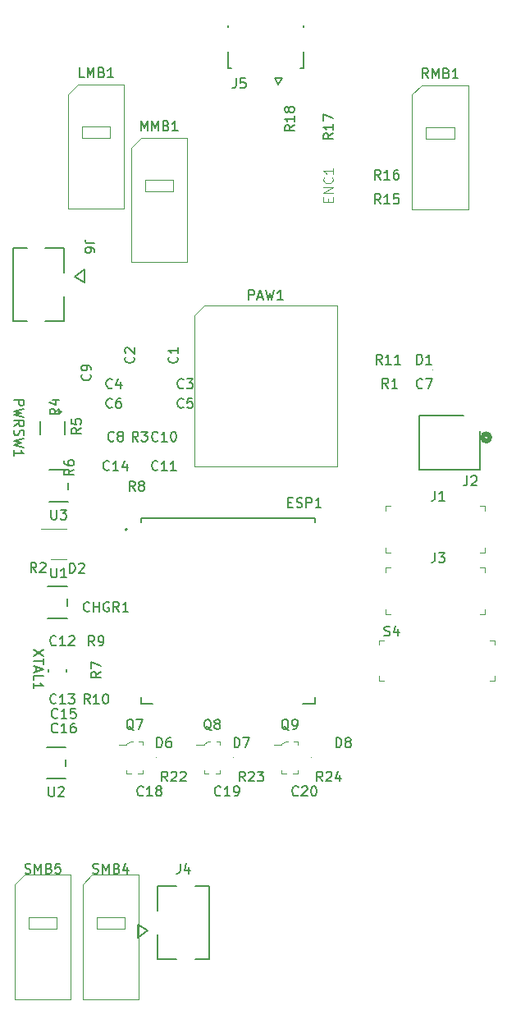
<source format=gbr>
%TF.GenerationSoftware,KiCad,Pcbnew,7.0.7*%
%TF.CreationDate,2023-11-24T19:36:33-07:00*%
%TF.ProjectId,mouse,6d6f7573-652e-46b6-9963-61645f706362,rev?*%
%TF.SameCoordinates,Original*%
%TF.FileFunction,Legend,Top*%
%TF.FilePolarity,Positive*%
%FSLAX46Y46*%
G04 Gerber Fmt 4.6, Leading zero omitted, Abs format (unit mm)*
G04 Created by KiCad (PCBNEW 7.0.7) date 2023-11-24 19:36:33*
%MOMM*%
%LPD*%
G01*
G04 APERTURE LIST*
%ADD10C,0.150000*%
%ADD11C,0.100000*%
%ADD12C,0.200000*%
%ADD13C,0.250000*%
%ADD14C,0.152400*%
%ADD15C,0.120000*%
%ADD16C,0.127000*%
%ADD17C,0.508000*%
G04 APERTURE END LIST*
D10*
X50245180Y-59092857D02*
X51245180Y-59092857D01*
X51245180Y-59092857D02*
X51245180Y-59473809D01*
X51245180Y-59473809D02*
X51197561Y-59569047D01*
X51197561Y-59569047D02*
X51149942Y-59616666D01*
X51149942Y-59616666D02*
X51054704Y-59664285D01*
X51054704Y-59664285D02*
X50911847Y-59664285D01*
X50911847Y-59664285D02*
X50816609Y-59616666D01*
X50816609Y-59616666D02*
X50768990Y-59569047D01*
X50768990Y-59569047D02*
X50721371Y-59473809D01*
X50721371Y-59473809D02*
X50721371Y-59092857D01*
X51245180Y-59997619D02*
X50245180Y-60235714D01*
X50245180Y-60235714D02*
X50959466Y-60426190D01*
X50959466Y-60426190D02*
X50245180Y-60616666D01*
X50245180Y-60616666D02*
X51245180Y-60854762D01*
X50245180Y-61807142D02*
X50721371Y-61473809D01*
X50245180Y-61235714D02*
X51245180Y-61235714D01*
X51245180Y-61235714D02*
X51245180Y-61616666D01*
X51245180Y-61616666D02*
X51197561Y-61711904D01*
X51197561Y-61711904D02*
X51149942Y-61759523D01*
X51149942Y-61759523D02*
X51054704Y-61807142D01*
X51054704Y-61807142D02*
X50911847Y-61807142D01*
X50911847Y-61807142D02*
X50816609Y-61759523D01*
X50816609Y-61759523D02*
X50768990Y-61711904D01*
X50768990Y-61711904D02*
X50721371Y-61616666D01*
X50721371Y-61616666D02*
X50721371Y-61235714D01*
X50292800Y-62188095D02*
X50245180Y-62330952D01*
X50245180Y-62330952D02*
X50245180Y-62569047D01*
X50245180Y-62569047D02*
X50292800Y-62664285D01*
X50292800Y-62664285D02*
X50340419Y-62711904D01*
X50340419Y-62711904D02*
X50435657Y-62759523D01*
X50435657Y-62759523D02*
X50530895Y-62759523D01*
X50530895Y-62759523D02*
X50626133Y-62711904D01*
X50626133Y-62711904D02*
X50673752Y-62664285D01*
X50673752Y-62664285D02*
X50721371Y-62569047D01*
X50721371Y-62569047D02*
X50768990Y-62378571D01*
X50768990Y-62378571D02*
X50816609Y-62283333D01*
X50816609Y-62283333D02*
X50864228Y-62235714D01*
X50864228Y-62235714D02*
X50959466Y-62188095D01*
X50959466Y-62188095D02*
X51054704Y-62188095D01*
X51054704Y-62188095D02*
X51149942Y-62235714D01*
X51149942Y-62235714D02*
X51197561Y-62283333D01*
X51197561Y-62283333D02*
X51245180Y-62378571D01*
X51245180Y-62378571D02*
X51245180Y-62616666D01*
X51245180Y-62616666D02*
X51197561Y-62759523D01*
X51245180Y-63092857D02*
X50245180Y-63330952D01*
X50245180Y-63330952D02*
X50959466Y-63521428D01*
X50959466Y-63521428D02*
X50245180Y-63711904D01*
X50245180Y-63711904D02*
X51245180Y-63950000D01*
X50245180Y-64854761D02*
X50245180Y-64283333D01*
X50245180Y-64569047D02*
X51245180Y-64569047D01*
X51245180Y-64569047D02*
X51102323Y-64473809D01*
X51102323Y-64473809D02*
X51007085Y-64378571D01*
X51007085Y-64378571D02*
X50959466Y-64283333D01*
X58009523Y-80809580D02*
X57961904Y-80857200D01*
X57961904Y-80857200D02*
X57819047Y-80904819D01*
X57819047Y-80904819D02*
X57723809Y-80904819D01*
X57723809Y-80904819D02*
X57580952Y-80857200D01*
X57580952Y-80857200D02*
X57485714Y-80761961D01*
X57485714Y-80761961D02*
X57438095Y-80666723D01*
X57438095Y-80666723D02*
X57390476Y-80476247D01*
X57390476Y-80476247D02*
X57390476Y-80333390D01*
X57390476Y-80333390D02*
X57438095Y-80142914D01*
X57438095Y-80142914D02*
X57485714Y-80047676D01*
X57485714Y-80047676D02*
X57580952Y-79952438D01*
X57580952Y-79952438D02*
X57723809Y-79904819D01*
X57723809Y-79904819D02*
X57819047Y-79904819D01*
X57819047Y-79904819D02*
X57961904Y-79952438D01*
X57961904Y-79952438D02*
X58009523Y-80000057D01*
X58438095Y-80904819D02*
X58438095Y-79904819D01*
X58438095Y-80381009D02*
X59009523Y-80381009D01*
X59009523Y-80904819D02*
X59009523Y-79904819D01*
X60009523Y-79952438D02*
X59914285Y-79904819D01*
X59914285Y-79904819D02*
X59771428Y-79904819D01*
X59771428Y-79904819D02*
X59628571Y-79952438D01*
X59628571Y-79952438D02*
X59533333Y-80047676D01*
X59533333Y-80047676D02*
X59485714Y-80142914D01*
X59485714Y-80142914D02*
X59438095Y-80333390D01*
X59438095Y-80333390D02*
X59438095Y-80476247D01*
X59438095Y-80476247D02*
X59485714Y-80666723D01*
X59485714Y-80666723D02*
X59533333Y-80761961D01*
X59533333Y-80761961D02*
X59628571Y-80857200D01*
X59628571Y-80857200D02*
X59771428Y-80904819D01*
X59771428Y-80904819D02*
X59866666Y-80904819D01*
X59866666Y-80904819D02*
X60009523Y-80857200D01*
X60009523Y-80857200D02*
X60057142Y-80809580D01*
X60057142Y-80809580D02*
X60057142Y-80476247D01*
X60057142Y-80476247D02*
X59866666Y-80476247D01*
X61057142Y-80904819D02*
X60723809Y-80428628D01*
X60485714Y-80904819D02*
X60485714Y-79904819D01*
X60485714Y-79904819D02*
X60866666Y-79904819D01*
X60866666Y-79904819D02*
X60961904Y-79952438D01*
X60961904Y-79952438D02*
X61009523Y-80000057D01*
X61009523Y-80000057D02*
X61057142Y-80095295D01*
X61057142Y-80095295D02*
X61057142Y-80238152D01*
X61057142Y-80238152D02*
X61009523Y-80333390D01*
X61009523Y-80333390D02*
X60961904Y-80381009D01*
X60961904Y-80381009D02*
X60866666Y-80428628D01*
X60866666Y-80428628D02*
X60485714Y-80428628D01*
X62009523Y-80904819D02*
X61438095Y-80904819D01*
X61723809Y-80904819D02*
X61723809Y-79904819D01*
X61723809Y-79904819D02*
X61628571Y-80047676D01*
X61628571Y-80047676D02*
X61533333Y-80142914D01*
X61533333Y-80142914D02*
X61438095Y-80190533D01*
X73136666Y-25927319D02*
X73136666Y-26641604D01*
X73136666Y-26641604D02*
X73089047Y-26784461D01*
X73089047Y-26784461D02*
X72993809Y-26879700D01*
X72993809Y-26879700D02*
X72850952Y-26927319D01*
X72850952Y-26927319D02*
X72755714Y-26927319D01*
X74089047Y-25927319D02*
X73612857Y-25927319D01*
X73612857Y-25927319D02*
X73565238Y-26403509D01*
X73565238Y-26403509D02*
X73612857Y-26355890D01*
X73612857Y-26355890D02*
X73708095Y-26308271D01*
X73708095Y-26308271D02*
X73946190Y-26308271D01*
X73946190Y-26308271D02*
X74041428Y-26355890D01*
X74041428Y-26355890D02*
X74089047Y-26403509D01*
X74089047Y-26403509D02*
X74136666Y-26498747D01*
X74136666Y-26498747D02*
X74136666Y-26736842D01*
X74136666Y-26736842D02*
X74089047Y-26832080D01*
X74089047Y-26832080D02*
X74041428Y-26879700D01*
X74041428Y-26879700D02*
X73946190Y-26927319D01*
X73946190Y-26927319D02*
X73708095Y-26927319D01*
X73708095Y-26927319D02*
X73612857Y-26879700D01*
X73612857Y-26879700D02*
X73565238Y-26832080D01*
X58545181Y-42916665D02*
X57830896Y-42916665D01*
X57830896Y-42916665D02*
X57688039Y-42869046D01*
X57688039Y-42869046D02*
X57592801Y-42773808D01*
X57592801Y-42773808D02*
X57545181Y-42630951D01*
X57545181Y-42630951D02*
X57545181Y-42535713D01*
X58545181Y-43821427D02*
X58545181Y-43630951D01*
X58545181Y-43630951D02*
X58497562Y-43535713D01*
X58497562Y-43535713D02*
X58449943Y-43488094D01*
X58449943Y-43488094D02*
X58307086Y-43392856D01*
X58307086Y-43392856D02*
X58116610Y-43345237D01*
X58116610Y-43345237D02*
X57735658Y-43345237D01*
X57735658Y-43345237D02*
X57640420Y-43392856D01*
X57640420Y-43392856D02*
X57592801Y-43440475D01*
X57592801Y-43440475D02*
X57545181Y-43535713D01*
X57545181Y-43535713D02*
X57545181Y-43726189D01*
X57545181Y-43726189D02*
X57592801Y-43821427D01*
X57592801Y-43821427D02*
X57640420Y-43869046D01*
X57640420Y-43869046D02*
X57735658Y-43916665D01*
X57735658Y-43916665D02*
X57973753Y-43916665D01*
X57973753Y-43916665D02*
X58068991Y-43869046D01*
X58068991Y-43869046D02*
X58116610Y-43821427D01*
X58116610Y-43821427D02*
X58164229Y-43726189D01*
X58164229Y-43726189D02*
X58164229Y-43535713D01*
X58164229Y-43535713D02*
X58116610Y-43440475D01*
X58116610Y-43440475D02*
X58068991Y-43392856D01*
X58068991Y-43392856D02*
X57973753Y-43345237D01*
X67366666Y-106904819D02*
X67366666Y-107619104D01*
X67366666Y-107619104D02*
X67319047Y-107761961D01*
X67319047Y-107761961D02*
X67223809Y-107857200D01*
X67223809Y-107857200D02*
X67080952Y-107904819D01*
X67080952Y-107904819D02*
X66985714Y-107904819D01*
X68271428Y-107238152D02*
X68271428Y-107904819D01*
X68033333Y-106857200D02*
X67795238Y-107571485D01*
X67795238Y-107571485D02*
X68414285Y-107571485D01*
X60533333Y-63259580D02*
X60485714Y-63307200D01*
X60485714Y-63307200D02*
X60342857Y-63354819D01*
X60342857Y-63354819D02*
X60247619Y-63354819D01*
X60247619Y-63354819D02*
X60104762Y-63307200D01*
X60104762Y-63307200D02*
X60009524Y-63211961D01*
X60009524Y-63211961D02*
X59961905Y-63116723D01*
X59961905Y-63116723D02*
X59914286Y-62926247D01*
X59914286Y-62926247D02*
X59914286Y-62783390D01*
X59914286Y-62783390D02*
X59961905Y-62592914D01*
X59961905Y-62592914D02*
X60009524Y-62497676D01*
X60009524Y-62497676D02*
X60104762Y-62402438D01*
X60104762Y-62402438D02*
X60247619Y-62354819D01*
X60247619Y-62354819D02*
X60342857Y-62354819D01*
X60342857Y-62354819D02*
X60485714Y-62402438D01*
X60485714Y-62402438D02*
X60533333Y-62450057D01*
X61104762Y-62783390D02*
X61009524Y-62735771D01*
X61009524Y-62735771D02*
X60961905Y-62688152D01*
X60961905Y-62688152D02*
X60914286Y-62592914D01*
X60914286Y-62592914D02*
X60914286Y-62545295D01*
X60914286Y-62545295D02*
X60961905Y-62450057D01*
X60961905Y-62450057D02*
X61009524Y-62402438D01*
X61009524Y-62402438D02*
X61104762Y-62354819D01*
X61104762Y-62354819D02*
X61295238Y-62354819D01*
X61295238Y-62354819D02*
X61390476Y-62402438D01*
X61390476Y-62402438D02*
X61438095Y-62450057D01*
X61438095Y-62450057D02*
X61485714Y-62545295D01*
X61485714Y-62545295D02*
X61485714Y-62592914D01*
X61485714Y-62592914D02*
X61438095Y-62688152D01*
X61438095Y-62688152D02*
X61390476Y-62735771D01*
X61390476Y-62735771D02*
X61295238Y-62783390D01*
X61295238Y-62783390D02*
X61104762Y-62783390D01*
X61104762Y-62783390D02*
X61009524Y-62831009D01*
X61009524Y-62831009D02*
X60961905Y-62878628D01*
X60961905Y-62878628D02*
X60914286Y-62973866D01*
X60914286Y-62973866D02*
X60914286Y-63164342D01*
X60914286Y-63164342D02*
X60961905Y-63259580D01*
X60961905Y-63259580D02*
X61009524Y-63307200D01*
X61009524Y-63307200D02*
X61104762Y-63354819D01*
X61104762Y-63354819D02*
X61295238Y-63354819D01*
X61295238Y-63354819D02*
X61390476Y-63307200D01*
X61390476Y-63307200D02*
X61438095Y-63259580D01*
X61438095Y-63259580D02*
X61485714Y-63164342D01*
X61485714Y-63164342D02*
X61485714Y-62973866D01*
X61485714Y-62973866D02*
X61438095Y-62878628D01*
X61438095Y-62878628D02*
X61390476Y-62831009D01*
X61390476Y-62831009D02*
X61295238Y-62783390D01*
X79154819Y-30747857D02*
X78678628Y-31081190D01*
X79154819Y-31319285D02*
X78154819Y-31319285D01*
X78154819Y-31319285D02*
X78154819Y-30938333D01*
X78154819Y-30938333D02*
X78202438Y-30843095D01*
X78202438Y-30843095D02*
X78250057Y-30795476D01*
X78250057Y-30795476D02*
X78345295Y-30747857D01*
X78345295Y-30747857D02*
X78488152Y-30747857D01*
X78488152Y-30747857D02*
X78583390Y-30795476D01*
X78583390Y-30795476D02*
X78631009Y-30843095D01*
X78631009Y-30843095D02*
X78678628Y-30938333D01*
X78678628Y-30938333D02*
X78678628Y-31319285D01*
X79154819Y-29795476D02*
X79154819Y-30366904D01*
X79154819Y-30081190D02*
X78154819Y-30081190D01*
X78154819Y-30081190D02*
X78297676Y-30176428D01*
X78297676Y-30176428D02*
X78392914Y-30271666D01*
X78392914Y-30271666D02*
X78440533Y-30366904D01*
X78583390Y-29224047D02*
X78535771Y-29319285D01*
X78535771Y-29319285D02*
X78488152Y-29366904D01*
X78488152Y-29366904D02*
X78392914Y-29414523D01*
X78392914Y-29414523D02*
X78345295Y-29414523D01*
X78345295Y-29414523D02*
X78250057Y-29366904D01*
X78250057Y-29366904D02*
X78202438Y-29319285D01*
X78202438Y-29319285D02*
X78154819Y-29224047D01*
X78154819Y-29224047D02*
X78154819Y-29033571D01*
X78154819Y-29033571D02*
X78202438Y-28938333D01*
X78202438Y-28938333D02*
X78250057Y-28890714D01*
X78250057Y-28890714D02*
X78345295Y-28843095D01*
X78345295Y-28843095D02*
X78392914Y-28843095D01*
X78392914Y-28843095D02*
X78488152Y-28890714D01*
X78488152Y-28890714D02*
X78535771Y-28938333D01*
X78535771Y-28938333D02*
X78583390Y-29033571D01*
X78583390Y-29033571D02*
X78583390Y-29224047D01*
X78583390Y-29224047D02*
X78631009Y-29319285D01*
X78631009Y-29319285D02*
X78678628Y-29366904D01*
X78678628Y-29366904D02*
X78773866Y-29414523D01*
X78773866Y-29414523D02*
X78964342Y-29414523D01*
X78964342Y-29414523D02*
X79059580Y-29366904D01*
X79059580Y-29366904D02*
X79107200Y-29319285D01*
X79107200Y-29319285D02*
X79154819Y-29224047D01*
X79154819Y-29224047D02*
X79154819Y-29033571D01*
X79154819Y-29033571D02*
X79107200Y-28938333D01*
X79107200Y-28938333D02*
X79059580Y-28890714D01*
X79059580Y-28890714D02*
X78964342Y-28843095D01*
X78964342Y-28843095D02*
X78773866Y-28843095D01*
X78773866Y-28843095D02*
X78678628Y-28890714D01*
X78678628Y-28890714D02*
X78631009Y-28938333D01*
X78631009Y-28938333D02*
X78583390Y-29033571D01*
X59154819Y-87116666D02*
X58678628Y-87449999D01*
X59154819Y-87688094D02*
X58154819Y-87688094D01*
X58154819Y-87688094D02*
X58154819Y-87307142D01*
X58154819Y-87307142D02*
X58202438Y-87211904D01*
X58202438Y-87211904D02*
X58250057Y-87164285D01*
X58250057Y-87164285D02*
X58345295Y-87116666D01*
X58345295Y-87116666D02*
X58488152Y-87116666D01*
X58488152Y-87116666D02*
X58583390Y-87164285D01*
X58583390Y-87164285D02*
X58631009Y-87211904D01*
X58631009Y-87211904D02*
X58678628Y-87307142D01*
X58678628Y-87307142D02*
X58678628Y-87688094D01*
X58154819Y-86783332D02*
X58154819Y-86116666D01*
X58154819Y-86116666D02*
X59154819Y-86545237D01*
X54058095Y-76404819D02*
X54058095Y-77214342D01*
X54058095Y-77214342D02*
X54105714Y-77309580D01*
X54105714Y-77309580D02*
X54153333Y-77357200D01*
X54153333Y-77357200D02*
X54248571Y-77404819D01*
X54248571Y-77404819D02*
X54439047Y-77404819D01*
X54439047Y-77404819D02*
X54534285Y-77357200D01*
X54534285Y-77357200D02*
X54581904Y-77309580D01*
X54581904Y-77309580D02*
X54629523Y-77214342D01*
X54629523Y-77214342D02*
X54629523Y-76404819D01*
X55629523Y-77404819D02*
X55058095Y-77404819D01*
X55343809Y-77404819D02*
X55343809Y-76404819D01*
X55343809Y-76404819D02*
X55248571Y-76547676D01*
X55248571Y-76547676D02*
X55153333Y-76642914D01*
X55153333Y-76642914D02*
X55058095Y-76690533D01*
X63557142Y-99809580D02*
X63509523Y-99857200D01*
X63509523Y-99857200D02*
X63366666Y-99904819D01*
X63366666Y-99904819D02*
X63271428Y-99904819D01*
X63271428Y-99904819D02*
X63128571Y-99857200D01*
X63128571Y-99857200D02*
X63033333Y-99761961D01*
X63033333Y-99761961D02*
X62985714Y-99666723D01*
X62985714Y-99666723D02*
X62938095Y-99476247D01*
X62938095Y-99476247D02*
X62938095Y-99333390D01*
X62938095Y-99333390D02*
X62985714Y-99142914D01*
X62985714Y-99142914D02*
X63033333Y-99047676D01*
X63033333Y-99047676D02*
X63128571Y-98952438D01*
X63128571Y-98952438D02*
X63271428Y-98904819D01*
X63271428Y-98904819D02*
X63366666Y-98904819D01*
X63366666Y-98904819D02*
X63509523Y-98952438D01*
X63509523Y-98952438D02*
X63557142Y-99000057D01*
X64509523Y-99904819D02*
X63938095Y-99904819D01*
X64223809Y-99904819D02*
X64223809Y-98904819D01*
X64223809Y-98904819D02*
X64128571Y-99047676D01*
X64128571Y-99047676D02*
X64033333Y-99142914D01*
X64033333Y-99142914D02*
X63938095Y-99190533D01*
X65080952Y-99333390D02*
X64985714Y-99285771D01*
X64985714Y-99285771D02*
X64938095Y-99238152D01*
X64938095Y-99238152D02*
X64890476Y-99142914D01*
X64890476Y-99142914D02*
X64890476Y-99095295D01*
X64890476Y-99095295D02*
X64938095Y-99000057D01*
X64938095Y-99000057D02*
X64985714Y-98952438D01*
X64985714Y-98952438D02*
X65080952Y-98904819D01*
X65080952Y-98904819D02*
X65271428Y-98904819D01*
X65271428Y-98904819D02*
X65366666Y-98952438D01*
X65366666Y-98952438D02*
X65414285Y-99000057D01*
X65414285Y-99000057D02*
X65461904Y-99095295D01*
X65461904Y-99095295D02*
X65461904Y-99142914D01*
X65461904Y-99142914D02*
X65414285Y-99238152D01*
X65414285Y-99238152D02*
X65366666Y-99285771D01*
X65366666Y-99285771D02*
X65271428Y-99333390D01*
X65271428Y-99333390D02*
X65080952Y-99333390D01*
X65080952Y-99333390D02*
X64985714Y-99381009D01*
X64985714Y-99381009D02*
X64938095Y-99428628D01*
X64938095Y-99428628D02*
X64890476Y-99523866D01*
X64890476Y-99523866D02*
X64890476Y-99714342D01*
X64890476Y-99714342D02*
X64938095Y-99809580D01*
X64938095Y-99809580D02*
X64985714Y-99857200D01*
X64985714Y-99857200D02*
X65080952Y-99904819D01*
X65080952Y-99904819D02*
X65271428Y-99904819D01*
X65271428Y-99904819D02*
X65366666Y-99857200D01*
X65366666Y-99857200D02*
X65414285Y-99809580D01*
X65414285Y-99809580D02*
X65461904Y-99714342D01*
X65461904Y-99714342D02*
X65461904Y-99523866D01*
X65461904Y-99523866D02*
X65414285Y-99428628D01*
X65414285Y-99428628D02*
X65366666Y-99381009D01*
X65366666Y-99381009D02*
X65271428Y-99333390D01*
X93666666Y-74834819D02*
X93666666Y-75549104D01*
X93666666Y-75549104D02*
X93619047Y-75691961D01*
X93619047Y-75691961D02*
X93523809Y-75787200D01*
X93523809Y-75787200D02*
X93380952Y-75834819D01*
X93380952Y-75834819D02*
X93285714Y-75834819D01*
X94047619Y-74834819D02*
X94666666Y-74834819D01*
X94666666Y-74834819D02*
X94333333Y-75215771D01*
X94333333Y-75215771D02*
X94476190Y-75215771D01*
X94476190Y-75215771D02*
X94571428Y-75263390D01*
X94571428Y-75263390D02*
X94619047Y-75311009D01*
X94619047Y-75311009D02*
X94666666Y-75406247D01*
X94666666Y-75406247D02*
X94666666Y-75644342D01*
X94666666Y-75644342D02*
X94619047Y-75739580D01*
X94619047Y-75739580D02*
X94571428Y-75787200D01*
X94571428Y-75787200D02*
X94476190Y-75834819D01*
X94476190Y-75834819D02*
X94190476Y-75834819D01*
X94190476Y-75834819D02*
X94095238Y-75787200D01*
X94095238Y-75787200D02*
X94047619Y-75739580D01*
X63319048Y-31324819D02*
X63319048Y-30324819D01*
X63319048Y-30324819D02*
X63652381Y-31039104D01*
X63652381Y-31039104D02*
X63985714Y-30324819D01*
X63985714Y-30324819D02*
X63985714Y-31324819D01*
X64461905Y-31324819D02*
X64461905Y-30324819D01*
X64461905Y-30324819D02*
X64795238Y-31039104D01*
X64795238Y-31039104D02*
X65128571Y-30324819D01*
X65128571Y-30324819D02*
X65128571Y-31324819D01*
X65938095Y-30801009D02*
X66080952Y-30848628D01*
X66080952Y-30848628D02*
X66128571Y-30896247D01*
X66128571Y-30896247D02*
X66176190Y-30991485D01*
X66176190Y-30991485D02*
X66176190Y-31134342D01*
X66176190Y-31134342D02*
X66128571Y-31229580D01*
X66128571Y-31229580D02*
X66080952Y-31277200D01*
X66080952Y-31277200D02*
X65985714Y-31324819D01*
X65985714Y-31324819D02*
X65604762Y-31324819D01*
X65604762Y-31324819D02*
X65604762Y-30324819D01*
X65604762Y-30324819D02*
X65938095Y-30324819D01*
X65938095Y-30324819D02*
X66033333Y-30372438D01*
X66033333Y-30372438D02*
X66080952Y-30420057D01*
X66080952Y-30420057D02*
X66128571Y-30515295D01*
X66128571Y-30515295D02*
X66128571Y-30610533D01*
X66128571Y-30610533D02*
X66080952Y-30705771D01*
X66080952Y-30705771D02*
X66033333Y-30753390D01*
X66033333Y-30753390D02*
X65938095Y-30801009D01*
X65938095Y-30801009D02*
X65604762Y-30801009D01*
X67128571Y-31324819D02*
X66557143Y-31324819D01*
X66842857Y-31324819D02*
X66842857Y-30324819D01*
X66842857Y-30324819D02*
X66747619Y-30467676D01*
X66747619Y-30467676D02*
X66652381Y-30562914D01*
X66652381Y-30562914D02*
X66557143Y-30610533D01*
X83461905Y-94904819D02*
X83461905Y-93904819D01*
X83461905Y-93904819D02*
X83700000Y-93904819D01*
X83700000Y-93904819D02*
X83842857Y-93952438D01*
X83842857Y-93952438D02*
X83938095Y-94047676D01*
X83938095Y-94047676D02*
X83985714Y-94142914D01*
X83985714Y-94142914D02*
X84033333Y-94333390D01*
X84033333Y-94333390D02*
X84033333Y-94476247D01*
X84033333Y-94476247D02*
X83985714Y-94666723D01*
X83985714Y-94666723D02*
X83938095Y-94761961D01*
X83938095Y-94761961D02*
X83842857Y-94857200D01*
X83842857Y-94857200D02*
X83700000Y-94904819D01*
X83700000Y-94904819D02*
X83461905Y-94904819D01*
X84604762Y-94333390D02*
X84509524Y-94285771D01*
X84509524Y-94285771D02*
X84461905Y-94238152D01*
X84461905Y-94238152D02*
X84414286Y-94142914D01*
X84414286Y-94142914D02*
X84414286Y-94095295D01*
X84414286Y-94095295D02*
X84461905Y-94000057D01*
X84461905Y-94000057D02*
X84509524Y-93952438D01*
X84509524Y-93952438D02*
X84604762Y-93904819D01*
X84604762Y-93904819D02*
X84795238Y-93904819D01*
X84795238Y-93904819D02*
X84890476Y-93952438D01*
X84890476Y-93952438D02*
X84938095Y-94000057D01*
X84938095Y-94000057D02*
X84985714Y-94095295D01*
X84985714Y-94095295D02*
X84985714Y-94142914D01*
X84985714Y-94142914D02*
X84938095Y-94238152D01*
X84938095Y-94238152D02*
X84890476Y-94285771D01*
X84890476Y-94285771D02*
X84795238Y-94333390D01*
X84795238Y-94333390D02*
X84604762Y-94333390D01*
X84604762Y-94333390D02*
X84509524Y-94381009D01*
X84509524Y-94381009D02*
X84461905Y-94428628D01*
X84461905Y-94428628D02*
X84414286Y-94523866D01*
X84414286Y-94523866D02*
X84414286Y-94714342D01*
X84414286Y-94714342D02*
X84461905Y-94809580D01*
X84461905Y-94809580D02*
X84509524Y-94857200D01*
X84509524Y-94857200D02*
X84604762Y-94904819D01*
X84604762Y-94904819D02*
X84795238Y-94904819D01*
X84795238Y-94904819D02*
X84890476Y-94857200D01*
X84890476Y-94857200D02*
X84938095Y-94809580D01*
X84938095Y-94809580D02*
X84985714Y-94714342D01*
X84985714Y-94714342D02*
X84985714Y-94523866D01*
X84985714Y-94523866D02*
X84938095Y-94428628D01*
X84938095Y-94428628D02*
X84890476Y-94381009D01*
X84890476Y-94381009D02*
X84795238Y-94333390D01*
X52533333Y-76854819D02*
X52200000Y-76378628D01*
X51961905Y-76854819D02*
X51961905Y-75854819D01*
X51961905Y-75854819D02*
X52342857Y-75854819D01*
X52342857Y-75854819D02*
X52438095Y-75902438D01*
X52438095Y-75902438D02*
X52485714Y-75950057D01*
X52485714Y-75950057D02*
X52533333Y-76045295D01*
X52533333Y-76045295D02*
X52533333Y-76188152D01*
X52533333Y-76188152D02*
X52485714Y-76283390D01*
X52485714Y-76283390D02*
X52438095Y-76331009D01*
X52438095Y-76331009D02*
X52342857Y-76378628D01*
X52342857Y-76378628D02*
X51961905Y-76378628D01*
X52914286Y-75950057D02*
X52961905Y-75902438D01*
X52961905Y-75902438D02*
X53057143Y-75854819D01*
X53057143Y-75854819D02*
X53295238Y-75854819D01*
X53295238Y-75854819D02*
X53390476Y-75902438D01*
X53390476Y-75902438D02*
X53438095Y-75950057D01*
X53438095Y-75950057D02*
X53485714Y-76045295D01*
X53485714Y-76045295D02*
X53485714Y-76140533D01*
X53485714Y-76140533D02*
X53438095Y-76283390D01*
X53438095Y-76283390D02*
X52866667Y-76854819D01*
X52866667Y-76854819D02*
X53485714Y-76854819D01*
X58057142Y-90404819D02*
X57723809Y-89928628D01*
X57485714Y-90404819D02*
X57485714Y-89404819D01*
X57485714Y-89404819D02*
X57866666Y-89404819D01*
X57866666Y-89404819D02*
X57961904Y-89452438D01*
X57961904Y-89452438D02*
X58009523Y-89500057D01*
X58009523Y-89500057D02*
X58057142Y-89595295D01*
X58057142Y-89595295D02*
X58057142Y-89738152D01*
X58057142Y-89738152D02*
X58009523Y-89833390D01*
X58009523Y-89833390D02*
X57961904Y-89881009D01*
X57961904Y-89881009D02*
X57866666Y-89928628D01*
X57866666Y-89928628D02*
X57485714Y-89928628D01*
X59009523Y-90404819D02*
X58438095Y-90404819D01*
X58723809Y-90404819D02*
X58723809Y-89404819D01*
X58723809Y-89404819D02*
X58628571Y-89547676D01*
X58628571Y-89547676D02*
X58533333Y-89642914D01*
X58533333Y-89642914D02*
X58438095Y-89690533D01*
X59628571Y-89404819D02*
X59723809Y-89404819D01*
X59723809Y-89404819D02*
X59819047Y-89452438D01*
X59819047Y-89452438D02*
X59866666Y-89500057D01*
X59866666Y-89500057D02*
X59914285Y-89595295D01*
X59914285Y-89595295D02*
X59961904Y-89785771D01*
X59961904Y-89785771D02*
X59961904Y-90023866D01*
X59961904Y-90023866D02*
X59914285Y-90214342D01*
X59914285Y-90214342D02*
X59866666Y-90309580D01*
X59866666Y-90309580D02*
X59819047Y-90357200D01*
X59819047Y-90357200D02*
X59723809Y-90404819D01*
X59723809Y-90404819D02*
X59628571Y-90404819D01*
X59628571Y-90404819D02*
X59533333Y-90357200D01*
X59533333Y-90357200D02*
X59485714Y-90309580D01*
X59485714Y-90309580D02*
X59438095Y-90214342D01*
X59438095Y-90214342D02*
X59390476Y-90023866D01*
X59390476Y-90023866D02*
X59390476Y-89785771D01*
X59390476Y-89785771D02*
X59438095Y-89595295D01*
X59438095Y-89595295D02*
X59485714Y-89500057D01*
X59485714Y-89500057D02*
X59533333Y-89452438D01*
X59533333Y-89452438D02*
X59628571Y-89404819D01*
X58059580Y-56436666D02*
X58107200Y-56484285D01*
X58107200Y-56484285D02*
X58154819Y-56627142D01*
X58154819Y-56627142D02*
X58154819Y-56722380D01*
X58154819Y-56722380D02*
X58107200Y-56865237D01*
X58107200Y-56865237D02*
X58011961Y-56960475D01*
X58011961Y-56960475D02*
X57916723Y-57008094D01*
X57916723Y-57008094D02*
X57726247Y-57055713D01*
X57726247Y-57055713D02*
X57583390Y-57055713D01*
X57583390Y-57055713D02*
X57392914Y-57008094D01*
X57392914Y-57008094D02*
X57297676Y-56960475D01*
X57297676Y-56960475D02*
X57202438Y-56865237D01*
X57202438Y-56865237D02*
X57154819Y-56722380D01*
X57154819Y-56722380D02*
X57154819Y-56627142D01*
X57154819Y-56627142D02*
X57202438Y-56484285D01*
X57202438Y-56484285D02*
X57250057Y-56436666D01*
X58154819Y-55960475D02*
X58154819Y-55769999D01*
X58154819Y-55769999D02*
X58107200Y-55674761D01*
X58107200Y-55674761D02*
X58059580Y-55627142D01*
X58059580Y-55627142D02*
X57916723Y-55531904D01*
X57916723Y-55531904D02*
X57726247Y-55484285D01*
X57726247Y-55484285D02*
X57345295Y-55484285D01*
X57345295Y-55484285D02*
X57250057Y-55531904D01*
X57250057Y-55531904D02*
X57202438Y-55579523D01*
X57202438Y-55579523D02*
X57154819Y-55674761D01*
X57154819Y-55674761D02*
X57154819Y-55865237D01*
X57154819Y-55865237D02*
X57202438Y-55960475D01*
X57202438Y-55960475D02*
X57250057Y-56008094D01*
X57250057Y-56008094D02*
X57345295Y-56055713D01*
X57345295Y-56055713D02*
X57583390Y-56055713D01*
X57583390Y-56055713D02*
X57678628Y-56008094D01*
X57678628Y-56008094D02*
X57726247Y-55960475D01*
X57726247Y-55960475D02*
X57773866Y-55865237D01*
X57773866Y-55865237D02*
X57773866Y-55674761D01*
X57773866Y-55674761D02*
X57726247Y-55579523D01*
X57726247Y-55579523D02*
X57678628Y-55531904D01*
X57678628Y-55531904D02*
X57583390Y-55484285D01*
X67713333Y-59809580D02*
X67665714Y-59857200D01*
X67665714Y-59857200D02*
X67522857Y-59904819D01*
X67522857Y-59904819D02*
X67427619Y-59904819D01*
X67427619Y-59904819D02*
X67284762Y-59857200D01*
X67284762Y-59857200D02*
X67189524Y-59761961D01*
X67189524Y-59761961D02*
X67141905Y-59666723D01*
X67141905Y-59666723D02*
X67094286Y-59476247D01*
X67094286Y-59476247D02*
X67094286Y-59333390D01*
X67094286Y-59333390D02*
X67141905Y-59142914D01*
X67141905Y-59142914D02*
X67189524Y-59047676D01*
X67189524Y-59047676D02*
X67284762Y-58952438D01*
X67284762Y-58952438D02*
X67427619Y-58904819D01*
X67427619Y-58904819D02*
X67522857Y-58904819D01*
X67522857Y-58904819D02*
X67665714Y-58952438D01*
X67665714Y-58952438D02*
X67713333Y-59000057D01*
X68618095Y-58904819D02*
X68141905Y-58904819D01*
X68141905Y-58904819D02*
X68094286Y-59381009D01*
X68094286Y-59381009D02*
X68141905Y-59333390D01*
X68141905Y-59333390D02*
X68237143Y-59285771D01*
X68237143Y-59285771D02*
X68475238Y-59285771D01*
X68475238Y-59285771D02*
X68570476Y-59333390D01*
X68570476Y-59333390D02*
X68618095Y-59381009D01*
X68618095Y-59381009D02*
X68665714Y-59476247D01*
X68665714Y-59476247D02*
X68665714Y-59714342D01*
X68665714Y-59714342D02*
X68618095Y-59809580D01*
X68618095Y-59809580D02*
X68570476Y-59857200D01*
X68570476Y-59857200D02*
X68475238Y-59904819D01*
X68475238Y-59904819D02*
X68237143Y-59904819D01*
X68237143Y-59904819D02*
X68141905Y-59857200D01*
X68141905Y-59857200D02*
X68094286Y-59809580D01*
X70579761Y-93125057D02*
X70484523Y-93077438D01*
X70484523Y-93077438D02*
X70389285Y-92982200D01*
X70389285Y-92982200D02*
X70246428Y-92839342D01*
X70246428Y-92839342D02*
X70151190Y-92791723D01*
X70151190Y-92791723D02*
X70055952Y-92791723D01*
X70103571Y-93029819D02*
X70008333Y-92982200D01*
X70008333Y-92982200D02*
X69913095Y-92886961D01*
X69913095Y-92886961D02*
X69865476Y-92696485D01*
X69865476Y-92696485D02*
X69865476Y-92363152D01*
X69865476Y-92363152D02*
X69913095Y-92172676D01*
X69913095Y-92172676D02*
X70008333Y-92077438D01*
X70008333Y-92077438D02*
X70103571Y-92029819D01*
X70103571Y-92029819D02*
X70294047Y-92029819D01*
X70294047Y-92029819D02*
X70389285Y-92077438D01*
X70389285Y-92077438D02*
X70484523Y-92172676D01*
X70484523Y-92172676D02*
X70532142Y-92363152D01*
X70532142Y-92363152D02*
X70532142Y-92696485D01*
X70532142Y-92696485D02*
X70484523Y-92886961D01*
X70484523Y-92886961D02*
X70389285Y-92982200D01*
X70389285Y-92982200D02*
X70294047Y-93029819D01*
X70294047Y-93029819D02*
X70103571Y-93029819D01*
X71103571Y-92458390D02*
X71008333Y-92410771D01*
X71008333Y-92410771D02*
X70960714Y-92363152D01*
X70960714Y-92363152D02*
X70913095Y-92267914D01*
X70913095Y-92267914D02*
X70913095Y-92220295D01*
X70913095Y-92220295D02*
X70960714Y-92125057D01*
X70960714Y-92125057D02*
X71008333Y-92077438D01*
X71008333Y-92077438D02*
X71103571Y-92029819D01*
X71103571Y-92029819D02*
X71294047Y-92029819D01*
X71294047Y-92029819D02*
X71389285Y-92077438D01*
X71389285Y-92077438D02*
X71436904Y-92125057D01*
X71436904Y-92125057D02*
X71484523Y-92220295D01*
X71484523Y-92220295D02*
X71484523Y-92267914D01*
X71484523Y-92267914D02*
X71436904Y-92363152D01*
X71436904Y-92363152D02*
X71389285Y-92410771D01*
X71389285Y-92410771D02*
X71294047Y-92458390D01*
X71294047Y-92458390D02*
X71103571Y-92458390D01*
X71103571Y-92458390D02*
X71008333Y-92506009D01*
X71008333Y-92506009D02*
X70960714Y-92553628D01*
X70960714Y-92553628D02*
X70913095Y-92648866D01*
X70913095Y-92648866D02*
X70913095Y-92839342D01*
X70913095Y-92839342D02*
X70960714Y-92934580D01*
X70960714Y-92934580D02*
X71008333Y-92982200D01*
X71008333Y-92982200D02*
X71103571Y-93029819D01*
X71103571Y-93029819D02*
X71294047Y-93029819D01*
X71294047Y-93029819D02*
X71389285Y-92982200D01*
X71389285Y-92982200D02*
X71436904Y-92934580D01*
X71436904Y-92934580D02*
X71484523Y-92839342D01*
X71484523Y-92839342D02*
X71484523Y-92648866D01*
X71484523Y-92648866D02*
X71436904Y-92553628D01*
X71436904Y-92553628D02*
X71389285Y-92506009D01*
X71389285Y-92506009D02*
X71294047Y-92458390D01*
X83154819Y-31592857D02*
X82678628Y-31926190D01*
X83154819Y-32164285D02*
X82154819Y-32164285D01*
X82154819Y-32164285D02*
X82154819Y-31783333D01*
X82154819Y-31783333D02*
X82202438Y-31688095D01*
X82202438Y-31688095D02*
X82250057Y-31640476D01*
X82250057Y-31640476D02*
X82345295Y-31592857D01*
X82345295Y-31592857D02*
X82488152Y-31592857D01*
X82488152Y-31592857D02*
X82583390Y-31640476D01*
X82583390Y-31640476D02*
X82631009Y-31688095D01*
X82631009Y-31688095D02*
X82678628Y-31783333D01*
X82678628Y-31783333D02*
X82678628Y-32164285D01*
X83154819Y-30640476D02*
X83154819Y-31211904D01*
X83154819Y-30926190D02*
X82154819Y-30926190D01*
X82154819Y-30926190D02*
X82297676Y-31021428D01*
X82297676Y-31021428D02*
X82392914Y-31116666D01*
X82392914Y-31116666D02*
X82440533Y-31211904D01*
X82154819Y-30307142D02*
X82154819Y-29640476D01*
X82154819Y-29640476D02*
X83154819Y-30069047D01*
X65057142Y-66259580D02*
X65009523Y-66307200D01*
X65009523Y-66307200D02*
X64866666Y-66354819D01*
X64866666Y-66354819D02*
X64771428Y-66354819D01*
X64771428Y-66354819D02*
X64628571Y-66307200D01*
X64628571Y-66307200D02*
X64533333Y-66211961D01*
X64533333Y-66211961D02*
X64485714Y-66116723D01*
X64485714Y-66116723D02*
X64438095Y-65926247D01*
X64438095Y-65926247D02*
X64438095Y-65783390D01*
X64438095Y-65783390D02*
X64485714Y-65592914D01*
X64485714Y-65592914D02*
X64533333Y-65497676D01*
X64533333Y-65497676D02*
X64628571Y-65402438D01*
X64628571Y-65402438D02*
X64771428Y-65354819D01*
X64771428Y-65354819D02*
X64866666Y-65354819D01*
X64866666Y-65354819D02*
X65009523Y-65402438D01*
X65009523Y-65402438D02*
X65057142Y-65450057D01*
X66009523Y-66354819D02*
X65438095Y-66354819D01*
X65723809Y-66354819D02*
X65723809Y-65354819D01*
X65723809Y-65354819D02*
X65628571Y-65497676D01*
X65628571Y-65497676D02*
X65533333Y-65592914D01*
X65533333Y-65592914D02*
X65438095Y-65640533D01*
X66961904Y-66354819D02*
X66390476Y-66354819D01*
X66676190Y-66354819D02*
X66676190Y-65354819D01*
X66676190Y-65354819D02*
X66580952Y-65497676D01*
X66580952Y-65497676D02*
X66485714Y-65592914D01*
X66485714Y-65592914D02*
X66390476Y-65640533D01*
X54712142Y-91809580D02*
X54664523Y-91857200D01*
X54664523Y-91857200D02*
X54521666Y-91904819D01*
X54521666Y-91904819D02*
X54426428Y-91904819D01*
X54426428Y-91904819D02*
X54283571Y-91857200D01*
X54283571Y-91857200D02*
X54188333Y-91761961D01*
X54188333Y-91761961D02*
X54140714Y-91666723D01*
X54140714Y-91666723D02*
X54093095Y-91476247D01*
X54093095Y-91476247D02*
X54093095Y-91333390D01*
X54093095Y-91333390D02*
X54140714Y-91142914D01*
X54140714Y-91142914D02*
X54188333Y-91047676D01*
X54188333Y-91047676D02*
X54283571Y-90952438D01*
X54283571Y-90952438D02*
X54426428Y-90904819D01*
X54426428Y-90904819D02*
X54521666Y-90904819D01*
X54521666Y-90904819D02*
X54664523Y-90952438D01*
X54664523Y-90952438D02*
X54712142Y-91000057D01*
X55664523Y-91904819D02*
X55093095Y-91904819D01*
X55378809Y-91904819D02*
X55378809Y-90904819D01*
X55378809Y-90904819D02*
X55283571Y-91047676D01*
X55283571Y-91047676D02*
X55188333Y-91142914D01*
X55188333Y-91142914D02*
X55093095Y-91190533D01*
X56569285Y-90904819D02*
X56093095Y-90904819D01*
X56093095Y-90904819D02*
X56045476Y-91381009D01*
X56045476Y-91381009D02*
X56093095Y-91333390D01*
X56093095Y-91333390D02*
X56188333Y-91285771D01*
X56188333Y-91285771D02*
X56426428Y-91285771D01*
X56426428Y-91285771D02*
X56521666Y-91333390D01*
X56521666Y-91333390D02*
X56569285Y-91381009D01*
X56569285Y-91381009D02*
X56616904Y-91476247D01*
X56616904Y-91476247D02*
X56616904Y-91714342D01*
X56616904Y-91714342D02*
X56569285Y-91809580D01*
X56569285Y-91809580D02*
X56521666Y-91857200D01*
X56521666Y-91857200D02*
X56426428Y-91904819D01*
X56426428Y-91904819D02*
X56188333Y-91904819D01*
X56188333Y-91904819D02*
X56093095Y-91857200D01*
X56093095Y-91857200D02*
X56045476Y-91809580D01*
X58533333Y-84404819D02*
X58200000Y-83928628D01*
X57961905Y-84404819D02*
X57961905Y-83404819D01*
X57961905Y-83404819D02*
X58342857Y-83404819D01*
X58342857Y-83404819D02*
X58438095Y-83452438D01*
X58438095Y-83452438D02*
X58485714Y-83500057D01*
X58485714Y-83500057D02*
X58533333Y-83595295D01*
X58533333Y-83595295D02*
X58533333Y-83738152D01*
X58533333Y-83738152D02*
X58485714Y-83833390D01*
X58485714Y-83833390D02*
X58438095Y-83881009D01*
X58438095Y-83881009D02*
X58342857Y-83928628D01*
X58342857Y-83928628D02*
X57961905Y-83928628D01*
X59009524Y-84404819D02*
X59200000Y-84404819D01*
X59200000Y-84404819D02*
X59295238Y-84357200D01*
X59295238Y-84357200D02*
X59342857Y-84309580D01*
X59342857Y-84309580D02*
X59438095Y-84166723D01*
X59438095Y-84166723D02*
X59485714Y-83976247D01*
X59485714Y-83976247D02*
X59485714Y-83595295D01*
X59485714Y-83595295D02*
X59438095Y-83500057D01*
X59438095Y-83500057D02*
X59390476Y-83452438D01*
X59390476Y-83452438D02*
X59295238Y-83404819D01*
X59295238Y-83404819D02*
X59104762Y-83404819D01*
X59104762Y-83404819D02*
X59009524Y-83452438D01*
X59009524Y-83452438D02*
X58961905Y-83500057D01*
X58961905Y-83500057D02*
X58914286Y-83595295D01*
X58914286Y-83595295D02*
X58914286Y-83833390D01*
X58914286Y-83833390D02*
X58961905Y-83928628D01*
X58961905Y-83928628D02*
X59009524Y-83976247D01*
X59009524Y-83976247D02*
X59104762Y-84023866D01*
X59104762Y-84023866D02*
X59295238Y-84023866D01*
X59295238Y-84023866D02*
X59390476Y-83976247D01*
X59390476Y-83976247D02*
X59438095Y-83928628D01*
X59438095Y-83928628D02*
X59485714Y-83833390D01*
X82057142Y-98404819D02*
X81723809Y-97928628D01*
X81485714Y-98404819D02*
X81485714Y-97404819D01*
X81485714Y-97404819D02*
X81866666Y-97404819D01*
X81866666Y-97404819D02*
X81961904Y-97452438D01*
X81961904Y-97452438D02*
X82009523Y-97500057D01*
X82009523Y-97500057D02*
X82057142Y-97595295D01*
X82057142Y-97595295D02*
X82057142Y-97738152D01*
X82057142Y-97738152D02*
X82009523Y-97833390D01*
X82009523Y-97833390D02*
X81961904Y-97881009D01*
X81961904Y-97881009D02*
X81866666Y-97928628D01*
X81866666Y-97928628D02*
X81485714Y-97928628D01*
X82438095Y-97500057D02*
X82485714Y-97452438D01*
X82485714Y-97452438D02*
X82580952Y-97404819D01*
X82580952Y-97404819D02*
X82819047Y-97404819D01*
X82819047Y-97404819D02*
X82914285Y-97452438D01*
X82914285Y-97452438D02*
X82961904Y-97500057D01*
X82961904Y-97500057D02*
X83009523Y-97595295D01*
X83009523Y-97595295D02*
X83009523Y-97690533D01*
X83009523Y-97690533D02*
X82961904Y-97833390D01*
X82961904Y-97833390D02*
X82390476Y-98404819D01*
X82390476Y-98404819D02*
X83009523Y-98404819D01*
X83866666Y-97738152D02*
X83866666Y-98404819D01*
X83628571Y-97357200D02*
X83390476Y-98071485D01*
X83390476Y-98071485D02*
X84009523Y-98071485D01*
X71557142Y-99809580D02*
X71509523Y-99857200D01*
X71509523Y-99857200D02*
X71366666Y-99904819D01*
X71366666Y-99904819D02*
X71271428Y-99904819D01*
X71271428Y-99904819D02*
X71128571Y-99857200D01*
X71128571Y-99857200D02*
X71033333Y-99761961D01*
X71033333Y-99761961D02*
X70985714Y-99666723D01*
X70985714Y-99666723D02*
X70938095Y-99476247D01*
X70938095Y-99476247D02*
X70938095Y-99333390D01*
X70938095Y-99333390D02*
X70985714Y-99142914D01*
X70985714Y-99142914D02*
X71033333Y-99047676D01*
X71033333Y-99047676D02*
X71128571Y-98952438D01*
X71128571Y-98952438D02*
X71271428Y-98904819D01*
X71271428Y-98904819D02*
X71366666Y-98904819D01*
X71366666Y-98904819D02*
X71509523Y-98952438D01*
X71509523Y-98952438D02*
X71557142Y-99000057D01*
X72509523Y-99904819D02*
X71938095Y-99904819D01*
X72223809Y-99904819D02*
X72223809Y-98904819D01*
X72223809Y-98904819D02*
X72128571Y-99047676D01*
X72128571Y-99047676D02*
X72033333Y-99142914D01*
X72033333Y-99142914D02*
X71938095Y-99190533D01*
X72985714Y-99904819D02*
X73176190Y-99904819D01*
X73176190Y-99904819D02*
X73271428Y-99857200D01*
X73271428Y-99857200D02*
X73319047Y-99809580D01*
X73319047Y-99809580D02*
X73414285Y-99666723D01*
X73414285Y-99666723D02*
X73461904Y-99476247D01*
X73461904Y-99476247D02*
X73461904Y-99095295D01*
X73461904Y-99095295D02*
X73414285Y-99000057D01*
X73414285Y-99000057D02*
X73366666Y-98952438D01*
X73366666Y-98952438D02*
X73271428Y-98904819D01*
X73271428Y-98904819D02*
X73080952Y-98904819D01*
X73080952Y-98904819D02*
X72985714Y-98952438D01*
X72985714Y-98952438D02*
X72938095Y-99000057D01*
X72938095Y-99000057D02*
X72890476Y-99095295D01*
X72890476Y-99095295D02*
X72890476Y-99333390D01*
X72890476Y-99333390D02*
X72938095Y-99428628D01*
X72938095Y-99428628D02*
X72985714Y-99476247D01*
X72985714Y-99476247D02*
X73080952Y-99523866D01*
X73080952Y-99523866D02*
X73271428Y-99523866D01*
X73271428Y-99523866D02*
X73366666Y-99476247D01*
X73366666Y-99476247D02*
X73414285Y-99428628D01*
X73414285Y-99428628D02*
X73461904Y-99333390D01*
X60057142Y-66259580D02*
X60009523Y-66307200D01*
X60009523Y-66307200D02*
X59866666Y-66354819D01*
X59866666Y-66354819D02*
X59771428Y-66354819D01*
X59771428Y-66354819D02*
X59628571Y-66307200D01*
X59628571Y-66307200D02*
X59533333Y-66211961D01*
X59533333Y-66211961D02*
X59485714Y-66116723D01*
X59485714Y-66116723D02*
X59438095Y-65926247D01*
X59438095Y-65926247D02*
X59438095Y-65783390D01*
X59438095Y-65783390D02*
X59485714Y-65592914D01*
X59485714Y-65592914D02*
X59533333Y-65497676D01*
X59533333Y-65497676D02*
X59628571Y-65402438D01*
X59628571Y-65402438D02*
X59771428Y-65354819D01*
X59771428Y-65354819D02*
X59866666Y-65354819D01*
X59866666Y-65354819D02*
X60009523Y-65402438D01*
X60009523Y-65402438D02*
X60057142Y-65450057D01*
X61009523Y-66354819D02*
X60438095Y-66354819D01*
X60723809Y-66354819D02*
X60723809Y-65354819D01*
X60723809Y-65354819D02*
X60628571Y-65497676D01*
X60628571Y-65497676D02*
X60533333Y-65592914D01*
X60533333Y-65592914D02*
X60438095Y-65640533D01*
X61866666Y-65688152D02*
X61866666Y-66354819D01*
X61628571Y-65307200D02*
X61390476Y-66021485D01*
X61390476Y-66021485D02*
X62009523Y-66021485D01*
X88197142Y-55404819D02*
X87863809Y-54928628D01*
X87625714Y-55404819D02*
X87625714Y-54404819D01*
X87625714Y-54404819D02*
X88006666Y-54404819D01*
X88006666Y-54404819D02*
X88101904Y-54452438D01*
X88101904Y-54452438D02*
X88149523Y-54500057D01*
X88149523Y-54500057D02*
X88197142Y-54595295D01*
X88197142Y-54595295D02*
X88197142Y-54738152D01*
X88197142Y-54738152D02*
X88149523Y-54833390D01*
X88149523Y-54833390D02*
X88101904Y-54881009D01*
X88101904Y-54881009D02*
X88006666Y-54928628D01*
X88006666Y-54928628D02*
X87625714Y-54928628D01*
X89149523Y-55404819D02*
X88578095Y-55404819D01*
X88863809Y-55404819D02*
X88863809Y-54404819D01*
X88863809Y-54404819D02*
X88768571Y-54547676D01*
X88768571Y-54547676D02*
X88673333Y-54642914D01*
X88673333Y-54642914D02*
X88578095Y-54690533D01*
X90101904Y-55404819D02*
X89530476Y-55404819D01*
X89816190Y-55404819D02*
X89816190Y-54404819D01*
X89816190Y-54404819D02*
X89720952Y-54547676D01*
X89720952Y-54547676D02*
X89625714Y-54642914D01*
X89625714Y-54642914D02*
X89530476Y-54690533D01*
D11*
X82633609Y-38664285D02*
X82633609Y-38330952D01*
X83157419Y-38188095D02*
X83157419Y-38664285D01*
X83157419Y-38664285D02*
X82157419Y-38664285D01*
X82157419Y-38664285D02*
X82157419Y-38188095D01*
X83157419Y-37759523D02*
X82157419Y-37759523D01*
X82157419Y-37759523D02*
X83157419Y-37188095D01*
X83157419Y-37188095D02*
X82157419Y-37188095D01*
X83062180Y-36140476D02*
X83109800Y-36188095D01*
X83109800Y-36188095D02*
X83157419Y-36330952D01*
X83157419Y-36330952D02*
X83157419Y-36426190D01*
X83157419Y-36426190D02*
X83109800Y-36569047D01*
X83109800Y-36569047D02*
X83014561Y-36664285D01*
X83014561Y-36664285D02*
X82919323Y-36711904D01*
X82919323Y-36711904D02*
X82728847Y-36759523D01*
X82728847Y-36759523D02*
X82585990Y-36759523D01*
X82585990Y-36759523D02*
X82395514Y-36711904D01*
X82395514Y-36711904D02*
X82300276Y-36664285D01*
X82300276Y-36664285D02*
X82205038Y-36569047D01*
X82205038Y-36569047D02*
X82157419Y-36426190D01*
X82157419Y-36426190D02*
X82157419Y-36330952D01*
X82157419Y-36330952D02*
X82205038Y-36188095D01*
X82205038Y-36188095D02*
X82252657Y-36140476D01*
X83157419Y-35188095D02*
X83157419Y-35759523D01*
X83157419Y-35473809D02*
X82157419Y-35473809D01*
X82157419Y-35473809D02*
X82300276Y-35569047D01*
X82300276Y-35569047D02*
X82395514Y-35664285D01*
X82395514Y-35664285D02*
X82443133Y-35759523D01*
D10*
X62579761Y-93125057D02*
X62484523Y-93077438D01*
X62484523Y-93077438D02*
X62389285Y-92982200D01*
X62389285Y-92982200D02*
X62246428Y-92839342D01*
X62246428Y-92839342D02*
X62151190Y-92791723D01*
X62151190Y-92791723D02*
X62055952Y-92791723D01*
X62103571Y-93029819D02*
X62008333Y-92982200D01*
X62008333Y-92982200D02*
X61913095Y-92886961D01*
X61913095Y-92886961D02*
X61865476Y-92696485D01*
X61865476Y-92696485D02*
X61865476Y-92363152D01*
X61865476Y-92363152D02*
X61913095Y-92172676D01*
X61913095Y-92172676D02*
X62008333Y-92077438D01*
X62008333Y-92077438D02*
X62103571Y-92029819D01*
X62103571Y-92029819D02*
X62294047Y-92029819D01*
X62294047Y-92029819D02*
X62389285Y-92077438D01*
X62389285Y-92077438D02*
X62484523Y-92172676D01*
X62484523Y-92172676D02*
X62532142Y-92363152D01*
X62532142Y-92363152D02*
X62532142Y-92696485D01*
X62532142Y-92696485D02*
X62484523Y-92886961D01*
X62484523Y-92886961D02*
X62389285Y-92982200D01*
X62389285Y-92982200D02*
X62294047Y-93029819D01*
X62294047Y-93029819D02*
X62103571Y-93029819D01*
X62865476Y-92029819D02*
X63532142Y-92029819D01*
X63532142Y-92029819D02*
X63103571Y-93029819D01*
X62713333Y-68454819D02*
X62380000Y-67978628D01*
X62141905Y-68454819D02*
X62141905Y-67454819D01*
X62141905Y-67454819D02*
X62522857Y-67454819D01*
X62522857Y-67454819D02*
X62618095Y-67502438D01*
X62618095Y-67502438D02*
X62665714Y-67550057D01*
X62665714Y-67550057D02*
X62713333Y-67645295D01*
X62713333Y-67645295D02*
X62713333Y-67788152D01*
X62713333Y-67788152D02*
X62665714Y-67883390D01*
X62665714Y-67883390D02*
X62618095Y-67931009D01*
X62618095Y-67931009D02*
X62522857Y-67978628D01*
X62522857Y-67978628D02*
X62141905Y-67978628D01*
X63284762Y-67883390D02*
X63189524Y-67835771D01*
X63189524Y-67835771D02*
X63141905Y-67788152D01*
X63141905Y-67788152D02*
X63094286Y-67692914D01*
X63094286Y-67692914D02*
X63094286Y-67645295D01*
X63094286Y-67645295D02*
X63141905Y-67550057D01*
X63141905Y-67550057D02*
X63189524Y-67502438D01*
X63189524Y-67502438D02*
X63284762Y-67454819D01*
X63284762Y-67454819D02*
X63475238Y-67454819D01*
X63475238Y-67454819D02*
X63570476Y-67502438D01*
X63570476Y-67502438D02*
X63618095Y-67550057D01*
X63618095Y-67550057D02*
X63665714Y-67645295D01*
X63665714Y-67645295D02*
X63665714Y-67692914D01*
X63665714Y-67692914D02*
X63618095Y-67788152D01*
X63618095Y-67788152D02*
X63570476Y-67835771D01*
X63570476Y-67835771D02*
X63475238Y-67883390D01*
X63475238Y-67883390D02*
X63284762Y-67883390D01*
X63284762Y-67883390D02*
X63189524Y-67931009D01*
X63189524Y-67931009D02*
X63141905Y-67978628D01*
X63141905Y-67978628D02*
X63094286Y-68073866D01*
X63094286Y-68073866D02*
X63094286Y-68264342D01*
X63094286Y-68264342D02*
X63141905Y-68359580D01*
X63141905Y-68359580D02*
X63189524Y-68407200D01*
X63189524Y-68407200D02*
X63284762Y-68454819D01*
X63284762Y-68454819D02*
X63475238Y-68454819D01*
X63475238Y-68454819D02*
X63570476Y-68407200D01*
X63570476Y-68407200D02*
X63618095Y-68359580D01*
X63618095Y-68359580D02*
X63665714Y-68264342D01*
X63665714Y-68264342D02*
X63665714Y-68073866D01*
X63665714Y-68073866D02*
X63618095Y-67978628D01*
X63618095Y-67978628D02*
X63570476Y-67931009D01*
X63570476Y-67931009D02*
X63475238Y-67883390D01*
X57461904Y-25824819D02*
X56985714Y-25824819D01*
X56985714Y-25824819D02*
X56985714Y-24824819D01*
X57795238Y-25824819D02*
X57795238Y-24824819D01*
X57795238Y-24824819D02*
X58128571Y-25539104D01*
X58128571Y-25539104D02*
X58461904Y-24824819D01*
X58461904Y-24824819D02*
X58461904Y-25824819D01*
X59271428Y-25301009D02*
X59414285Y-25348628D01*
X59414285Y-25348628D02*
X59461904Y-25396247D01*
X59461904Y-25396247D02*
X59509523Y-25491485D01*
X59509523Y-25491485D02*
X59509523Y-25634342D01*
X59509523Y-25634342D02*
X59461904Y-25729580D01*
X59461904Y-25729580D02*
X59414285Y-25777200D01*
X59414285Y-25777200D02*
X59319047Y-25824819D01*
X59319047Y-25824819D02*
X58938095Y-25824819D01*
X58938095Y-25824819D02*
X58938095Y-24824819D01*
X58938095Y-24824819D02*
X59271428Y-24824819D01*
X59271428Y-24824819D02*
X59366666Y-24872438D01*
X59366666Y-24872438D02*
X59414285Y-24920057D01*
X59414285Y-24920057D02*
X59461904Y-25015295D01*
X59461904Y-25015295D02*
X59461904Y-25110533D01*
X59461904Y-25110533D02*
X59414285Y-25205771D01*
X59414285Y-25205771D02*
X59366666Y-25253390D01*
X59366666Y-25253390D02*
X59271428Y-25301009D01*
X59271428Y-25301009D02*
X58938095Y-25301009D01*
X60461904Y-25824819D02*
X59890476Y-25824819D01*
X60176190Y-25824819D02*
X60176190Y-24824819D01*
X60176190Y-24824819D02*
X60080952Y-24967676D01*
X60080952Y-24967676D02*
X59985714Y-25062914D01*
X59985714Y-25062914D02*
X59890476Y-25110533D01*
X53245180Y-84833990D02*
X52245180Y-85500656D01*
X53245180Y-85500656D02*
X52245180Y-84833990D01*
X53245180Y-85738752D02*
X53245180Y-86310180D01*
X52245180Y-86024466D02*
X53245180Y-86024466D01*
X52530895Y-86595895D02*
X52530895Y-87072085D01*
X52245180Y-86500657D02*
X53245180Y-86833990D01*
X53245180Y-86833990D02*
X52245180Y-87167323D01*
X52245180Y-87976847D02*
X52245180Y-87500657D01*
X52245180Y-87500657D02*
X53245180Y-87500657D01*
X52245180Y-88833990D02*
X52245180Y-88262562D01*
X52245180Y-88548276D02*
X53245180Y-88548276D01*
X53245180Y-88548276D02*
X53102323Y-88453038D01*
X53102323Y-88453038D02*
X53007085Y-88357800D01*
X53007085Y-88357800D02*
X52959466Y-88262562D01*
X79557142Y-99809580D02*
X79509523Y-99857200D01*
X79509523Y-99857200D02*
X79366666Y-99904819D01*
X79366666Y-99904819D02*
X79271428Y-99904819D01*
X79271428Y-99904819D02*
X79128571Y-99857200D01*
X79128571Y-99857200D02*
X79033333Y-99761961D01*
X79033333Y-99761961D02*
X78985714Y-99666723D01*
X78985714Y-99666723D02*
X78938095Y-99476247D01*
X78938095Y-99476247D02*
X78938095Y-99333390D01*
X78938095Y-99333390D02*
X78985714Y-99142914D01*
X78985714Y-99142914D02*
X79033333Y-99047676D01*
X79033333Y-99047676D02*
X79128571Y-98952438D01*
X79128571Y-98952438D02*
X79271428Y-98904819D01*
X79271428Y-98904819D02*
X79366666Y-98904819D01*
X79366666Y-98904819D02*
X79509523Y-98952438D01*
X79509523Y-98952438D02*
X79557142Y-99000057D01*
X79938095Y-99000057D02*
X79985714Y-98952438D01*
X79985714Y-98952438D02*
X80080952Y-98904819D01*
X80080952Y-98904819D02*
X80319047Y-98904819D01*
X80319047Y-98904819D02*
X80414285Y-98952438D01*
X80414285Y-98952438D02*
X80461904Y-99000057D01*
X80461904Y-99000057D02*
X80509523Y-99095295D01*
X80509523Y-99095295D02*
X80509523Y-99190533D01*
X80509523Y-99190533D02*
X80461904Y-99333390D01*
X80461904Y-99333390D02*
X79890476Y-99904819D01*
X79890476Y-99904819D02*
X80509523Y-99904819D01*
X81128571Y-98904819D02*
X81223809Y-98904819D01*
X81223809Y-98904819D02*
X81319047Y-98952438D01*
X81319047Y-98952438D02*
X81366666Y-99000057D01*
X81366666Y-99000057D02*
X81414285Y-99095295D01*
X81414285Y-99095295D02*
X81461904Y-99285771D01*
X81461904Y-99285771D02*
X81461904Y-99523866D01*
X81461904Y-99523866D02*
X81414285Y-99714342D01*
X81414285Y-99714342D02*
X81366666Y-99809580D01*
X81366666Y-99809580D02*
X81319047Y-99857200D01*
X81319047Y-99857200D02*
X81223809Y-99904819D01*
X81223809Y-99904819D02*
X81128571Y-99904819D01*
X81128571Y-99904819D02*
X81033333Y-99857200D01*
X81033333Y-99857200D02*
X80985714Y-99809580D01*
X80985714Y-99809580D02*
X80938095Y-99714342D01*
X80938095Y-99714342D02*
X80890476Y-99523866D01*
X80890476Y-99523866D02*
X80890476Y-99285771D01*
X80890476Y-99285771D02*
X80938095Y-99095295D01*
X80938095Y-99095295D02*
X80985714Y-99000057D01*
X80985714Y-99000057D02*
X81033333Y-98952438D01*
X81033333Y-98952438D02*
X81128571Y-98904819D01*
X78579761Y-93125057D02*
X78484523Y-93077438D01*
X78484523Y-93077438D02*
X78389285Y-92982200D01*
X78389285Y-92982200D02*
X78246428Y-92839342D01*
X78246428Y-92839342D02*
X78151190Y-92791723D01*
X78151190Y-92791723D02*
X78055952Y-92791723D01*
X78103571Y-93029819D02*
X78008333Y-92982200D01*
X78008333Y-92982200D02*
X77913095Y-92886961D01*
X77913095Y-92886961D02*
X77865476Y-92696485D01*
X77865476Y-92696485D02*
X77865476Y-92363152D01*
X77865476Y-92363152D02*
X77913095Y-92172676D01*
X77913095Y-92172676D02*
X78008333Y-92077438D01*
X78008333Y-92077438D02*
X78103571Y-92029819D01*
X78103571Y-92029819D02*
X78294047Y-92029819D01*
X78294047Y-92029819D02*
X78389285Y-92077438D01*
X78389285Y-92077438D02*
X78484523Y-92172676D01*
X78484523Y-92172676D02*
X78532142Y-92363152D01*
X78532142Y-92363152D02*
X78532142Y-92696485D01*
X78532142Y-92696485D02*
X78484523Y-92886961D01*
X78484523Y-92886961D02*
X78389285Y-92982200D01*
X78389285Y-92982200D02*
X78294047Y-93029819D01*
X78294047Y-93029819D02*
X78103571Y-93029819D01*
X79008333Y-93029819D02*
X79198809Y-93029819D01*
X79198809Y-93029819D02*
X79294047Y-92982200D01*
X79294047Y-92982200D02*
X79341666Y-92934580D01*
X79341666Y-92934580D02*
X79436904Y-92791723D01*
X79436904Y-92791723D02*
X79484523Y-92601247D01*
X79484523Y-92601247D02*
X79484523Y-92220295D01*
X79484523Y-92220295D02*
X79436904Y-92125057D01*
X79436904Y-92125057D02*
X79389285Y-92077438D01*
X79389285Y-92077438D02*
X79294047Y-92029819D01*
X79294047Y-92029819D02*
X79103571Y-92029819D01*
X79103571Y-92029819D02*
X79008333Y-92077438D01*
X79008333Y-92077438D02*
X78960714Y-92125057D01*
X78960714Y-92125057D02*
X78913095Y-92220295D01*
X78913095Y-92220295D02*
X78913095Y-92458390D01*
X78913095Y-92458390D02*
X78960714Y-92553628D01*
X78960714Y-92553628D02*
X79008333Y-92601247D01*
X79008333Y-92601247D02*
X79103571Y-92648866D01*
X79103571Y-92648866D02*
X79294047Y-92648866D01*
X79294047Y-92648866D02*
X79389285Y-92601247D01*
X79389285Y-92601247D02*
X79436904Y-92553628D01*
X79436904Y-92553628D02*
X79484523Y-92458390D01*
X64961905Y-94904819D02*
X64961905Y-93904819D01*
X64961905Y-93904819D02*
X65200000Y-93904819D01*
X65200000Y-93904819D02*
X65342857Y-93952438D01*
X65342857Y-93952438D02*
X65438095Y-94047676D01*
X65438095Y-94047676D02*
X65485714Y-94142914D01*
X65485714Y-94142914D02*
X65533333Y-94333390D01*
X65533333Y-94333390D02*
X65533333Y-94476247D01*
X65533333Y-94476247D02*
X65485714Y-94666723D01*
X65485714Y-94666723D02*
X65438095Y-94761961D01*
X65438095Y-94761961D02*
X65342857Y-94857200D01*
X65342857Y-94857200D02*
X65200000Y-94904819D01*
X65200000Y-94904819D02*
X64961905Y-94904819D01*
X66390476Y-93904819D02*
X66200000Y-93904819D01*
X66200000Y-93904819D02*
X66104762Y-93952438D01*
X66104762Y-93952438D02*
X66057143Y-94000057D01*
X66057143Y-94000057D02*
X65961905Y-94142914D01*
X65961905Y-94142914D02*
X65914286Y-94333390D01*
X65914286Y-94333390D02*
X65914286Y-94714342D01*
X65914286Y-94714342D02*
X65961905Y-94809580D01*
X65961905Y-94809580D02*
X66009524Y-94857200D01*
X66009524Y-94857200D02*
X66104762Y-94904819D01*
X66104762Y-94904819D02*
X66295238Y-94904819D01*
X66295238Y-94904819D02*
X66390476Y-94857200D01*
X66390476Y-94857200D02*
X66438095Y-94809580D01*
X66438095Y-94809580D02*
X66485714Y-94714342D01*
X66485714Y-94714342D02*
X66485714Y-94476247D01*
X66485714Y-94476247D02*
X66438095Y-94381009D01*
X66438095Y-94381009D02*
X66390476Y-94333390D01*
X66390476Y-94333390D02*
X66295238Y-94285771D01*
X66295238Y-94285771D02*
X66104762Y-94285771D01*
X66104762Y-94285771D02*
X66009524Y-94333390D01*
X66009524Y-94333390D02*
X65961905Y-94381009D01*
X65961905Y-94381009D02*
X65914286Y-94476247D01*
X92378333Y-57809580D02*
X92330714Y-57857200D01*
X92330714Y-57857200D02*
X92187857Y-57904819D01*
X92187857Y-57904819D02*
X92092619Y-57904819D01*
X92092619Y-57904819D02*
X91949762Y-57857200D01*
X91949762Y-57857200D02*
X91854524Y-57761961D01*
X91854524Y-57761961D02*
X91806905Y-57666723D01*
X91806905Y-57666723D02*
X91759286Y-57476247D01*
X91759286Y-57476247D02*
X91759286Y-57333390D01*
X91759286Y-57333390D02*
X91806905Y-57142914D01*
X91806905Y-57142914D02*
X91854524Y-57047676D01*
X91854524Y-57047676D02*
X91949762Y-56952438D01*
X91949762Y-56952438D02*
X92092619Y-56904819D01*
X92092619Y-56904819D02*
X92187857Y-56904819D01*
X92187857Y-56904819D02*
X92330714Y-56952438D01*
X92330714Y-56952438D02*
X92378333Y-57000057D01*
X92711667Y-56904819D02*
X93378333Y-56904819D01*
X93378333Y-56904819D02*
X92949762Y-57904819D01*
X92961904Y-25894819D02*
X92628571Y-25418628D01*
X92390476Y-25894819D02*
X92390476Y-24894819D01*
X92390476Y-24894819D02*
X92771428Y-24894819D01*
X92771428Y-24894819D02*
X92866666Y-24942438D01*
X92866666Y-24942438D02*
X92914285Y-24990057D01*
X92914285Y-24990057D02*
X92961904Y-25085295D01*
X92961904Y-25085295D02*
X92961904Y-25228152D01*
X92961904Y-25228152D02*
X92914285Y-25323390D01*
X92914285Y-25323390D02*
X92866666Y-25371009D01*
X92866666Y-25371009D02*
X92771428Y-25418628D01*
X92771428Y-25418628D02*
X92390476Y-25418628D01*
X93390476Y-25894819D02*
X93390476Y-24894819D01*
X93390476Y-24894819D02*
X93723809Y-25609104D01*
X93723809Y-25609104D02*
X94057142Y-24894819D01*
X94057142Y-24894819D02*
X94057142Y-25894819D01*
X94866666Y-25371009D02*
X95009523Y-25418628D01*
X95009523Y-25418628D02*
X95057142Y-25466247D01*
X95057142Y-25466247D02*
X95104761Y-25561485D01*
X95104761Y-25561485D02*
X95104761Y-25704342D01*
X95104761Y-25704342D02*
X95057142Y-25799580D01*
X95057142Y-25799580D02*
X95009523Y-25847200D01*
X95009523Y-25847200D02*
X94914285Y-25894819D01*
X94914285Y-25894819D02*
X94533333Y-25894819D01*
X94533333Y-25894819D02*
X94533333Y-24894819D01*
X94533333Y-24894819D02*
X94866666Y-24894819D01*
X94866666Y-24894819D02*
X94961904Y-24942438D01*
X94961904Y-24942438D02*
X95009523Y-24990057D01*
X95009523Y-24990057D02*
X95057142Y-25085295D01*
X95057142Y-25085295D02*
X95057142Y-25180533D01*
X95057142Y-25180533D02*
X95009523Y-25275771D01*
X95009523Y-25275771D02*
X94961904Y-25323390D01*
X94961904Y-25323390D02*
X94866666Y-25371009D01*
X94866666Y-25371009D02*
X94533333Y-25371009D01*
X96057142Y-25894819D02*
X95485714Y-25894819D01*
X95771428Y-25894819D02*
X95771428Y-24894819D01*
X95771428Y-24894819D02*
X95676190Y-25037676D01*
X95676190Y-25037676D02*
X95580952Y-25132914D01*
X95580952Y-25132914D02*
X95485714Y-25180533D01*
X93666666Y-68484819D02*
X93666666Y-69199104D01*
X93666666Y-69199104D02*
X93619047Y-69341961D01*
X93619047Y-69341961D02*
X93523809Y-69437200D01*
X93523809Y-69437200D02*
X93380952Y-69484819D01*
X93380952Y-69484819D02*
X93285714Y-69484819D01*
X94666666Y-69484819D02*
X94095238Y-69484819D01*
X94380952Y-69484819D02*
X94380952Y-68484819D01*
X94380952Y-68484819D02*
X94285714Y-68627676D01*
X94285714Y-68627676D02*
X94190476Y-68722914D01*
X94190476Y-68722914D02*
X94095238Y-68770533D01*
X65057142Y-63259580D02*
X65009523Y-63307200D01*
X65009523Y-63307200D02*
X64866666Y-63354819D01*
X64866666Y-63354819D02*
X64771428Y-63354819D01*
X64771428Y-63354819D02*
X64628571Y-63307200D01*
X64628571Y-63307200D02*
X64533333Y-63211961D01*
X64533333Y-63211961D02*
X64485714Y-63116723D01*
X64485714Y-63116723D02*
X64438095Y-62926247D01*
X64438095Y-62926247D02*
X64438095Y-62783390D01*
X64438095Y-62783390D02*
X64485714Y-62592914D01*
X64485714Y-62592914D02*
X64533333Y-62497676D01*
X64533333Y-62497676D02*
X64628571Y-62402438D01*
X64628571Y-62402438D02*
X64771428Y-62354819D01*
X64771428Y-62354819D02*
X64866666Y-62354819D01*
X64866666Y-62354819D02*
X65009523Y-62402438D01*
X65009523Y-62402438D02*
X65057142Y-62450057D01*
X66009523Y-63354819D02*
X65438095Y-63354819D01*
X65723809Y-63354819D02*
X65723809Y-62354819D01*
X65723809Y-62354819D02*
X65628571Y-62497676D01*
X65628571Y-62497676D02*
X65533333Y-62592914D01*
X65533333Y-62592914D02*
X65438095Y-62640533D01*
X66628571Y-62354819D02*
X66723809Y-62354819D01*
X66723809Y-62354819D02*
X66819047Y-62402438D01*
X66819047Y-62402438D02*
X66866666Y-62450057D01*
X66866666Y-62450057D02*
X66914285Y-62545295D01*
X66914285Y-62545295D02*
X66961904Y-62735771D01*
X66961904Y-62735771D02*
X66961904Y-62973866D01*
X66961904Y-62973866D02*
X66914285Y-63164342D01*
X66914285Y-63164342D02*
X66866666Y-63259580D01*
X66866666Y-63259580D02*
X66819047Y-63307200D01*
X66819047Y-63307200D02*
X66723809Y-63354819D01*
X66723809Y-63354819D02*
X66628571Y-63354819D01*
X66628571Y-63354819D02*
X66533333Y-63307200D01*
X66533333Y-63307200D02*
X66485714Y-63259580D01*
X66485714Y-63259580D02*
X66438095Y-63164342D01*
X66438095Y-63164342D02*
X66390476Y-62973866D01*
X66390476Y-62973866D02*
X66390476Y-62735771D01*
X66390476Y-62735771D02*
X66438095Y-62545295D01*
X66438095Y-62545295D02*
X66485714Y-62450057D01*
X66485714Y-62450057D02*
X66533333Y-62402438D01*
X66533333Y-62402438D02*
X66628571Y-62354819D01*
X55961905Y-76904819D02*
X55961905Y-75904819D01*
X55961905Y-75904819D02*
X56200000Y-75904819D01*
X56200000Y-75904819D02*
X56342857Y-75952438D01*
X56342857Y-75952438D02*
X56438095Y-76047676D01*
X56438095Y-76047676D02*
X56485714Y-76142914D01*
X56485714Y-76142914D02*
X56533333Y-76333390D01*
X56533333Y-76333390D02*
X56533333Y-76476247D01*
X56533333Y-76476247D02*
X56485714Y-76666723D01*
X56485714Y-76666723D02*
X56438095Y-76761961D01*
X56438095Y-76761961D02*
X56342857Y-76857200D01*
X56342857Y-76857200D02*
X56200000Y-76904819D01*
X56200000Y-76904819D02*
X55961905Y-76904819D01*
X56914286Y-76000057D02*
X56961905Y-75952438D01*
X56961905Y-75952438D02*
X57057143Y-75904819D01*
X57057143Y-75904819D02*
X57295238Y-75904819D01*
X57295238Y-75904819D02*
X57390476Y-75952438D01*
X57390476Y-75952438D02*
X57438095Y-76000057D01*
X57438095Y-76000057D02*
X57485714Y-76095295D01*
X57485714Y-76095295D02*
X57485714Y-76190533D01*
X57485714Y-76190533D02*
X57438095Y-76333390D01*
X57438095Y-76333390D02*
X56866667Y-76904819D01*
X56866667Y-76904819D02*
X57485714Y-76904819D01*
X74461905Y-48754819D02*
X74461905Y-47754819D01*
X74461905Y-47754819D02*
X74842857Y-47754819D01*
X74842857Y-47754819D02*
X74938095Y-47802438D01*
X74938095Y-47802438D02*
X74985714Y-47850057D01*
X74985714Y-47850057D02*
X75033333Y-47945295D01*
X75033333Y-47945295D02*
X75033333Y-48088152D01*
X75033333Y-48088152D02*
X74985714Y-48183390D01*
X74985714Y-48183390D02*
X74938095Y-48231009D01*
X74938095Y-48231009D02*
X74842857Y-48278628D01*
X74842857Y-48278628D02*
X74461905Y-48278628D01*
X75414286Y-48469104D02*
X75890476Y-48469104D01*
X75319048Y-48754819D02*
X75652381Y-47754819D01*
X75652381Y-47754819D02*
X75985714Y-48754819D01*
X76223810Y-47754819D02*
X76461905Y-48754819D01*
X76461905Y-48754819D02*
X76652381Y-48040533D01*
X76652381Y-48040533D02*
X76842857Y-48754819D01*
X76842857Y-48754819D02*
X77080953Y-47754819D01*
X77985714Y-48754819D02*
X77414286Y-48754819D01*
X77700000Y-48754819D02*
X77700000Y-47754819D01*
X77700000Y-47754819D02*
X77604762Y-47897676D01*
X77604762Y-47897676D02*
X77509524Y-47992914D01*
X77509524Y-47992914D02*
X77414286Y-48040533D01*
X54904819Y-59976668D02*
X54428628Y-60310001D01*
X54904819Y-60548096D02*
X53904819Y-60548096D01*
X53904819Y-60548096D02*
X53904819Y-60167144D01*
X53904819Y-60167144D02*
X53952438Y-60071906D01*
X53952438Y-60071906D02*
X54000057Y-60024287D01*
X54000057Y-60024287D02*
X54095295Y-59976668D01*
X54095295Y-59976668D02*
X54238152Y-59976668D01*
X54238152Y-59976668D02*
X54333390Y-60024287D01*
X54333390Y-60024287D02*
X54381009Y-60071906D01*
X54381009Y-60071906D02*
X54428628Y-60167144D01*
X54428628Y-60167144D02*
X54428628Y-60548096D01*
X54238152Y-59119525D02*
X54904819Y-59119525D01*
X53857200Y-59357620D02*
X54571485Y-59595715D01*
X54571485Y-59595715D02*
X54571485Y-58976668D01*
X88057142Y-38854819D02*
X87723809Y-38378628D01*
X87485714Y-38854819D02*
X87485714Y-37854819D01*
X87485714Y-37854819D02*
X87866666Y-37854819D01*
X87866666Y-37854819D02*
X87961904Y-37902438D01*
X87961904Y-37902438D02*
X88009523Y-37950057D01*
X88009523Y-37950057D02*
X88057142Y-38045295D01*
X88057142Y-38045295D02*
X88057142Y-38188152D01*
X88057142Y-38188152D02*
X88009523Y-38283390D01*
X88009523Y-38283390D02*
X87961904Y-38331009D01*
X87961904Y-38331009D02*
X87866666Y-38378628D01*
X87866666Y-38378628D02*
X87485714Y-38378628D01*
X89009523Y-38854819D02*
X88438095Y-38854819D01*
X88723809Y-38854819D02*
X88723809Y-37854819D01*
X88723809Y-37854819D02*
X88628571Y-37997676D01*
X88628571Y-37997676D02*
X88533333Y-38092914D01*
X88533333Y-38092914D02*
X88438095Y-38140533D01*
X89914285Y-37854819D02*
X89438095Y-37854819D01*
X89438095Y-37854819D02*
X89390476Y-38331009D01*
X89390476Y-38331009D02*
X89438095Y-38283390D01*
X89438095Y-38283390D02*
X89533333Y-38235771D01*
X89533333Y-38235771D02*
X89771428Y-38235771D01*
X89771428Y-38235771D02*
X89866666Y-38283390D01*
X89866666Y-38283390D02*
X89914285Y-38331009D01*
X89914285Y-38331009D02*
X89961904Y-38426247D01*
X89961904Y-38426247D02*
X89961904Y-38664342D01*
X89961904Y-38664342D02*
X89914285Y-38759580D01*
X89914285Y-38759580D02*
X89866666Y-38807200D01*
X89866666Y-38807200D02*
X89771428Y-38854819D01*
X89771428Y-38854819D02*
X89533333Y-38854819D01*
X89533333Y-38854819D02*
X89438095Y-38807200D01*
X89438095Y-38807200D02*
X89390476Y-38759580D01*
X53803345Y-98954818D02*
X53803345Y-99764341D01*
X53803345Y-99764341D02*
X53850964Y-99859579D01*
X53850964Y-99859579D02*
X53898583Y-99907199D01*
X53898583Y-99907199D02*
X53993821Y-99954818D01*
X53993821Y-99954818D02*
X54184297Y-99954818D01*
X54184297Y-99954818D02*
X54279535Y-99907199D01*
X54279535Y-99907199D02*
X54327154Y-99859579D01*
X54327154Y-99859579D02*
X54374773Y-99764341D01*
X54374773Y-99764341D02*
X54374773Y-98954818D01*
X54803345Y-99050056D02*
X54850964Y-99002437D01*
X54850964Y-99002437D02*
X54946202Y-98954818D01*
X54946202Y-98954818D02*
X55184297Y-98954818D01*
X55184297Y-98954818D02*
X55279535Y-99002437D01*
X55279535Y-99002437D02*
X55327154Y-99050056D01*
X55327154Y-99050056D02*
X55374773Y-99145294D01*
X55374773Y-99145294D02*
X55374773Y-99240532D01*
X55374773Y-99240532D02*
X55327154Y-99383389D01*
X55327154Y-99383389D02*
X54755726Y-99954818D01*
X54755726Y-99954818D02*
X55374773Y-99954818D01*
X88057142Y-36354819D02*
X87723809Y-35878628D01*
X87485714Y-36354819D02*
X87485714Y-35354819D01*
X87485714Y-35354819D02*
X87866666Y-35354819D01*
X87866666Y-35354819D02*
X87961904Y-35402438D01*
X87961904Y-35402438D02*
X88009523Y-35450057D01*
X88009523Y-35450057D02*
X88057142Y-35545295D01*
X88057142Y-35545295D02*
X88057142Y-35688152D01*
X88057142Y-35688152D02*
X88009523Y-35783390D01*
X88009523Y-35783390D02*
X87961904Y-35831009D01*
X87961904Y-35831009D02*
X87866666Y-35878628D01*
X87866666Y-35878628D02*
X87485714Y-35878628D01*
X89009523Y-36354819D02*
X88438095Y-36354819D01*
X88723809Y-36354819D02*
X88723809Y-35354819D01*
X88723809Y-35354819D02*
X88628571Y-35497676D01*
X88628571Y-35497676D02*
X88533333Y-35592914D01*
X88533333Y-35592914D02*
X88438095Y-35640533D01*
X89866666Y-35354819D02*
X89676190Y-35354819D01*
X89676190Y-35354819D02*
X89580952Y-35402438D01*
X89580952Y-35402438D02*
X89533333Y-35450057D01*
X89533333Y-35450057D02*
X89438095Y-35592914D01*
X89438095Y-35592914D02*
X89390476Y-35783390D01*
X89390476Y-35783390D02*
X89390476Y-36164342D01*
X89390476Y-36164342D02*
X89438095Y-36259580D01*
X89438095Y-36259580D02*
X89485714Y-36307200D01*
X89485714Y-36307200D02*
X89580952Y-36354819D01*
X89580952Y-36354819D02*
X89771428Y-36354819D01*
X89771428Y-36354819D02*
X89866666Y-36307200D01*
X89866666Y-36307200D02*
X89914285Y-36259580D01*
X89914285Y-36259580D02*
X89961904Y-36164342D01*
X89961904Y-36164342D02*
X89961904Y-35926247D01*
X89961904Y-35926247D02*
X89914285Y-35831009D01*
X89914285Y-35831009D02*
X89866666Y-35783390D01*
X89866666Y-35783390D02*
X89771428Y-35735771D01*
X89771428Y-35735771D02*
X89580952Y-35735771D01*
X89580952Y-35735771D02*
X89485714Y-35783390D01*
X89485714Y-35783390D02*
X89438095Y-35831009D01*
X89438095Y-35831009D02*
X89390476Y-35926247D01*
X51366667Y-107857200D02*
X51509524Y-107904819D01*
X51509524Y-107904819D02*
X51747619Y-107904819D01*
X51747619Y-107904819D02*
X51842857Y-107857200D01*
X51842857Y-107857200D02*
X51890476Y-107809580D01*
X51890476Y-107809580D02*
X51938095Y-107714342D01*
X51938095Y-107714342D02*
X51938095Y-107619104D01*
X51938095Y-107619104D02*
X51890476Y-107523866D01*
X51890476Y-107523866D02*
X51842857Y-107476247D01*
X51842857Y-107476247D02*
X51747619Y-107428628D01*
X51747619Y-107428628D02*
X51557143Y-107381009D01*
X51557143Y-107381009D02*
X51461905Y-107333390D01*
X51461905Y-107333390D02*
X51414286Y-107285771D01*
X51414286Y-107285771D02*
X51366667Y-107190533D01*
X51366667Y-107190533D02*
X51366667Y-107095295D01*
X51366667Y-107095295D02*
X51414286Y-107000057D01*
X51414286Y-107000057D02*
X51461905Y-106952438D01*
X51461905Y-106952438D02*
X51557143Y-106904819D01*
X51557143Y-106904819D02*
X51795238Y-106904819D01*
X51795238Y-106904819D02*
X51938095Y-106952438D01*
X52366667Y-107904819D02*
X52366667Y-106904819D01*
X52366667Y-106904819D02*
X52700000Y-107619104D01*
X52700000Y-107619104D02*
X53033333Y-106904819D01*
X53033333Y-106904819D02*
X53033333Y-107904819D01*
X53842857Y-107381009D02*
X53985714Y-107428628D01*
X53985714Y-107428628D02*
X54033333Y-107476247D01*
X54033333Y-107476247D02*
X54080952Y-107571485D01*
X54080952Y-107571485D02*
X54080952Y-107714342D01*
X54080952Y-107714342D02*
X54033333Y-107809580D01*
X54033333Y-107809580D02*
X53985714Y-107857200D01*
X53985714Y-107857200D02*
X53890476Y-107904819D01*
X53890476Y-107904819D02*
X53509524Y-107904819D01*
X53509524Y-107904819D02*
X53509524Y-106904819D01*
X53509524Y-106904819D02*
X53842857Y-106904819D01*
X53842857Y-106904819D02*
X53938095Y-106952438D01*
X53938095Y-106952438D02*
X53985714Y-107000057D01*
X53985714Y-107000057D02*
X54033333Y-107095295D01*
X54033333Y-107095295D02*
X54033333Y-107190533D01*
X54033333Y-107190533D02*
X53985714Y-107285771D01*
X53985714Y-107285771D02*
X53938095Y-107333390D01*
X53938095Y-107333390D02*
X53842857Y-107381009D01*
X53842857Y-107381009D02*
X53509524Y-107381009D01*
X54985714Y-106904819D02*
X54509524Y-106904819D01*
X54509524Y-106904819D02*
X54461905Y-107381009D01*
X54461905Y-107381009D02*
X54509524Y-107333390D01*
X54509524Y-107333390D02*
X54604762Y-107285771D01*
X54604762Y-107285771D02*
X54842857Y-107285771D01*
X54842857Y-107285771D02*
X54938095Y-107333390D01*
X54938095Y-107333390D02*
X54985714Y-107381009D01*
X54985714Y-107381009D02*
X55033333Y-107476247D01*
X55033333Y-107476247D02*
X55033333Y-107714342D01*
X55033333Y-107714342D02*
X54985714Y-107809580D01*
X54985714Y-107809580D02*
X54938095Y-107857200D01*
X54938095Y-107857200D02*
X54842857Y-107904819D01*
X54842857Y-107904819D02*
X54604762Y-107904819D01*
X54604762Y-107904819D02*
X54509524Y-107857200D01*
X54509524Y-107857200D02*
X54461905Y-107809580D01*
X58366667Y-107857200D02*
X58509524Y-107904819D01*
X58509524Y-107904819D02*
X58747619Y-107904819D01*
X58747619Y-107904819D02*
X58842857Y-107857200D01*
X58842857Y-107857200D02*
X58890476Y-107809580D01*
X58890476Y-107809580D02*
X58938095Y-107714342D01*
X58938095Y-107714342D02*
X58938095Y-107619104D01*
X58938095Y-107619104D02*
X58890476Y-107523866D01*
X58890476Y-107523866D02*
X58842857Y-107476247D01*
X58842857Y-107476247D02*
X58747619Y-107428628D01*
X58747619Y-107428628D02*
X58557143Y-107381009D01*
X58557143Y-107381009D02*
X58461905Y-107333390D01*
X58461905Y-107333390D02*
X58414286Y-107285771D01*
X58414286Y-107285771D02*
X58366667Y-107190533D01*
X58366667Y-107190533D02*
X58366667Y-107095295D01*
X58366667Y-107095295D02*
X58414286Y-107000057D01*
X58414286Y-107000057D02*
X58461905Y-106952438D01*
X58461905Y-106952438D02*
X58557143Y-106904819D01*
X58557143Y-106904819D02*
X58795238Y-106904819D01*
X58795238Y-106904819D02*
X58938095Y-106952438D01*
X59366667Y-107904819D02*
X59366667Y-106904819D01*
X59366667Y-106904819D02*
X59700000Y-107619104D01*
X59700000Y-107619104D02*
X60033333Y-106904819D01*
X60033333Y-106904819D02*
X60033333Y-107904819D01*
X60842857Y-107381009D02*
X60985714Y-107428628D01*
X60985714Y-107428628D02*
X61033333Y-107476247D01*
X61033333Y-107476247D02*
X61080952Y-107571485D01*
X61080952Y-107571485D02*
X61080952Y-107714342D01*
X61080952Y-107714342D02*
X61033333Y-107809580D01*
X61033333Y-107809580D02*
X60985714Y-107857200D01*
X60985714Y-107857200D02*
X60890476Y-107904819D01*
X60890476Y-107904819D02*
X60509524Y-107904819D01*
X60509524Y-107904819D02*
X60509524Y-106904819D01*
X60509524Y-106904819D02*
X60842857Y-106904819D01*
X60842857Y-106904819D02*
X60938095Y-106952438D01*
X60938095Y-106952438D02*
X60985714Y-107000057D01*
X60985714Y-107000057D02*
X61033333Y-107095295D01*
X61033333Y-107095295D02*
X61033333Y-107190533D01*
X61033333Y-107190533D02*
X60985714Y-107285771D01*
X60985714Y-107285771D02*
X60938095Y-107333390D01*
X60938095Y-107333390D02*
X60842857Y-107381009D01*
X60842857Y-107381009D02*
X60509524Y-107381009D01*
X61938095Y-107238152D02*
X61938095Y-107904819D01*
X61700000Y-106857200D02*
X61461905Y-107571485D01*
X61461905Y-107571485D02*
X62080952Y-107571485D01*
X60353333Y-57809580D02*
X60305714Y-57857200D01*
X60305714Y-57857200D02*
X60162857Y-57904819D01*
X60162857Y-57904819D02*
X60067619Y-57904819D01*
X60067619Y-57904819D02*
X59924762Y-57857200D01*
X59924762Y-57857200D02*
X59829524Y-57761961D01*
X59829524Y-57761961D02*
X59781905Y-57666723D01*
X59781905Y-57666723D02*
X59734286Y-57476247D01*
X59734286Y-57476247D02*
X59734286Y-57333390D01*
X59734286Y-57333390D02*
X59781905Y-57142914D01*
X59781905Y-57142914D02*
X59829524Y-57047676D01*
X59829524Y-57047676D02*
X59924762Y-56952438D01*
X59924762Y-56952438D02*
X60067619Y-56904819D01*
X60067619Y-56904819D02*
X60162857Y-56904819D01*
X60162857Y-56904819D02*
X60305714Y-56952438D01*
X60305714Y-56952438D02*
X60353333Y-57000057D01*
X61210476Y-57238152D02*
X61210476Y-57904819D01*
X60972381Y-56857200D02*
X60734286Y-57571485D01*
X60734286Y-57571485D02*
X61353333Y-57571485D01*
X78533333Y-69636009D02*
X78866666Y-69636009D01*
X79009523Y-70159819D02*
X78533333Y-70159819D01*
X78533333Y-70159819D02*
X78533333Y-69159819D01*
X78533333Y-69159819D02*
X79009523Y-69159819D01*
X79390476Y-70112200D02*
X79533333Y-70159819D01*
X79533333Y-70159819D02*
X79771428Y-70159819D01*
X79771428Y-70159819D02*
X79866666Y-70112200D01*
X79866666Y-70112200D02*
X79914285Y-70064580D01*
X79914285Y-70064580D02*
X79961904Y-69969342D01*
X79961904Y-69969342D02*
X79961904Y-69874104D01*
X79961904Y-69874104D02*
X79914285Y-69778866D01*
X79914285Y-69778866D02*
X79866666Y-69731247D01*
X79866666Y-69731247D02*
X79771428Y-69683628D01*
X79771428Y-69683628D02*
X79580952Y-69636009D01*
X79580952Y-69636009D02*
X79485714Y-69588390D01*
X79485714Y-69588390D02*
X79438095Y-69540771D01*
X79438095Y-69540771D02*
X79390476Y-69445533D01*
X79390476Y-69445533D02*
X79390476Y-69350295D01*
X79390476Y-69350295D02*
X79438095Y-69255057D01*
X79438095Y-69255057D02*
X79485714Y-69207438D01*
X79485714Y-69207438D02*
X79580952Y-69159819D01*
X79580952Y-69159819D02*
X79819047Y-69159819D01*
X79819047Y-69159819D02*
X79961904Y-69207438D01*
X80390476Y-70159819D02*
X80390476Y-69159819D01*
X80390476Y-69159819D02*
X80771428Y-69159819D01*
X80771428Y-69159819D02*
X80866666Y-69207438D01*
X80866666Y-69207438D02*
X80914285Y-69255057D01*
X80914285Y-69255057D02*
X80961904Y-69350295D01*
X80961904Y-69350295D02*
X80961904Y-69493152D01*
X80961904Y-69493152D02*
X80914285Y-69588390D01*
X80914285Y-69588390D02*
X80866666Y-69636009D01*
X80866666Y-69636009D02*
X80771428Y-69683628D01*
X80771428Y-69683628D02*
X80390476Y-69683628D01*
X81914285Y-70159819D02*
X81342857Y-70159819D01*
X81628571Y-70159819D02*
X81628571Y-69159819D01*
X81628571Y-69159819D02*
X81533333Y-69302676D01*
X81533333Y-69302676D02*
X81438095Y-69397914D01*
X81438095Y-69397914D02*
X81342857Y-69445533D01*
X60353333Y-59809580D02*
X60305714Y-59857200D01*
X60305714Y-59857200D02*
X60162857Y-59904819D01*
X60162857Y-59904819D02*
X60067619Y-59904819D01*
X60067619Y-59904819D02*
X59924762Y-59857200D01*
X59924762Y-59857200D02*
X59829524Y-59761961D01*
X59829524Y-59761961D02*
X59781905Y-59666723D01*
X59781905Y-59666723D02*
X59734286Y-59476247D01*
X59734286Y-59476247D02*
X59734286Y-59333390D01*
X59734286Y-59333390D02*
X59781905Y-59142914D01*
X59781905Y-59142914D02*
X59829524Y-59047676D01*
X59829524Y-59047676D02*
X59924762Y-58952438D01*
X59924762Y-58952438D02*
X60067619Y-58904819D01*
X60067619Y-58904819D02*
X60162857Y-58904819D01*
X60162857Y-58904819D02*
X60305714Y-58952438D01*
X60305714Y-58952438D02*
X60353333Y-59000057D01*
X61210476Y-58904819D02*
X61020000Y-58904819D01*
X61020000Y-58904819D02*
X60924762Y-58952438D01*
X60924762Y-58952438D02*
X60877143Y-59000057D01*
X60877143Y-59000057D02*
X60781905Y-59142914D01*
X60781905Y-59142914D02*
X60734286Y-59333390D01*
X60734286Y-59333390D02*
X60734286Y-59714342D01*
X60734286Y-59714342D02*
X60781905Y-59809580D01*
X60781905Y-59809580D02*
X60829524Y-59857200D01*
X60829524Y-59857200D02*
X60924762Y-59904819D01*
X60924762Y-59904819D02*
X61115238Y-59904819D01*
X61115238Y-59904819D02*
X61210476Y-59857200D01*
X61210476Y-59857200D02*
X61258095Y-59809580D01*
X61258095Y-59809580D02*
X61305714Y-59714342D01*
X61305714Y-59714342D02*
X61305714Y-59476247D01*
X61305714Y-59476247D02*
X61258095Y-59381009D01*
X61258095Y-59381009D02*
X61210476Y-59333390D01*
X61210476Y-59333390D02*
X61115238Y-59285771D01*
X61115238Y-59285771D02*
X60924762Y-59285771D01*
X60924762Y-59285771D02*
X60829524Y-59333390D01*
X60829524Y-59333390D02*
X60781905Y-59381009D01*
X60781905Y-59381009D02*
X60734286Y-59476247D01*
X67059580Y-54636666D02*
X67107200Y-54684285D01*
X67107200Y-54684285D02*
X67154819Y-54827142D01*
X67154819Y-54827142D02*
X67154819Y-54922380D01*
X67154819Y-54922380D02*
X67107200Y-55065237D01*
X67107200Y-55065237D02*
X67011961Y-55160475D01*
X67011961Y-55160475D02*
X66916723Y-55208094D01*
X66916723Y-55208094D02*
X66726247Y-55255713D01*
X66726247Y-55255713D02*
X66583390Y-55255713D01*
X66583390Y-55255713D02*
X66392914Y-55208094D01*
X66392914Y-55208094D02*
X66297676Y-55160475D01*
X66297676Y-55160475D02*
X66202438Y-55065237D01*
X66202438Y-55065237D02*
X66154819Y-54922380D01*
X66154819Y-54922380D02*
X66154819Y-54827142D01*
X66154819Y-54827142D02*
X66202438Y-54684285D01*
X66202438Y-54684285D02*
X66250057Y-54636666D01*
X67154819Y-53684285D02*
X67154819Y-54255713D01*
X67154819Y-53969999D02*
X66154819Y-53969999D01*
X66154819Y-53969999D02*
X66297676Y-54065237D01*
X66297676Y-54065237D02*
X66392914Y-54160475D01*
X66392914Y-54160475D02*
X66440533Y-54255713D01*
X72961905Y-94904819D02*
X72961905Y-93904819D01*
X72961905Y-93904819D02*
X73200000Y-93904819D01*
X73200000Y-93904819D02*
X73342857Y-93952438D01*
X73342857Y-93952438D02*
X73438095Y-94047676D01*
X73438095Y-94047676D02*
X73485714Y-94142914D01*
X73485714Y-94142914D02*
X73533333Y-94333390D01*
X73533333Y-94333390D02*
X73533333Y-94476247D01*
X73533333Y-94476247D02*
X73485714Y-94666723D01*
X73485714Y-94666723D02*
X73438095Y-94761961D01*
X73438095Y-94761961D02*
X73342857Y-94857200D01*
X73342857Y-94857200D02*
X73200000Y-94904819D01*
X73200000Y-94904819D02*
X72961905Y-94904819D01*
X73866667Y-93904819D02*
X74533333Y-93904819D01*
X74533333Y-93904819D02*
X74104762Y-94904819D01*
X54712142Y-93309580D02*
X54664523Y-93357200D01*
X54664523Y-93357200D02*
X54521666Y-93404819D01*
X54521666Y-93404819D02*
X54426428Y-93404819D01*
X54426428Y-93404819D02*
X54283571Y-93357200D01*
X54283571Y-93357200D02*
X54188333Y-93261961D01*
X54188333Y-93261961D02*
X54140714Y-93166723D01*
X54140714Y-93166723D02*
X54093095Y-92976247D01*
X54093095Y-92976247D02*
X54093095Y-92833390D01*
X54093095Y-92833390D02*
X54140714Y-92642914D01*
X54140714Y-92642914D02*
X54188333Y-92547676D01*
X54188333Y-92547676D02*
X54283571Y-92452438D01*
X54283571Y-92452438D02*
X54426428Y-92404819D01*
X54426428Y-92404819D02*
X54521666Y-92404819D01*
X54521666Y-92404819D02*
X54664523Y-92452438D01*
X54664523Y-92452438D02*
X54712142Y-92500057D01*
X55664523Y-93404819D02*
X55093095Y-93404819D01*
X55378809Y-93404819D02*
X55378809Y-92404819D01*
X55378809Y-92404819D02*
X55283571Y-92547676D01*
X55283571Y-92547676D02*
X55188333Y-92642914D01*
X55188333Y-92642914D02*
X55093095Y-92690533D01*
X56521666Y-92404819D02*
X56331190Y-92404819D01*
X56331190Y-92404819D02*
X56235952Y-92452438D01*
X56235952Y-92452438D02*
X56188333Y-92500057D01*
X56188333Y-92500057D02*
X56093095Y-92642914D01*
X56093095Y-92642914D02*
X56045476Y-92833390D01*
X56045476Y-92833390D02*
X56045476Y-93214342D01*
X56045476Y-93214342D02*
X56093095Y-93309580D01*
X56093095Y-93309580D02*
X56140714Y-93357200D01*
X56140714Y-93357200D02*
X56235952Y-93404819D01*
X56235952Y-93404819D02*
X56426428Y-93404819D01*
X56426428Y-93404819D02*
X56521666Y-93357200D01*
X56521666Y-93357200D02*
X56569285Y-93309580D01*
X56569285Y-93309580D02*
X56616904Y-93214342D01*
X56616904Y-93214342D02*
X56616904Y-92976247D01*
X56616904Y-92976247D02*
X56569285Y-92881009D01*
X56569285Y-92881009D02*
X56521666Y-92833390D01*
X56521666Y-92833390D02*
X56426428Y-92785771D01*
X56426428Y-92785771D02*
X56235952Y-92785771D01*
X56235952Y-92785771D02*
X56140714Y-92833390D01*
X56140714Y-92833390D02*
X56093095Y-92881009D01*
X56093095Y-92881009D02*
X56045476Y-92976247D01*
X54557142Y-84309580D02*
X54509523Y-84357200D01*
X54509523Y-84357200D02*
X54366666Y-84404819D01*
X54366666Y-84404819D02*
X54271428Y-84404819D01*
X54271428Y-84404819D02*
X54128571Y-84357200D01*
X54128571Y-84357200D02*
X54033333Y-84261961D01*
X54033333Y-84261961D02*
X53985714Y-84166723D01*
X53985714Y-84166723D02*
X53938095Y-83976247D01*
X53938095Y-83976247D02*
X53938095Y-83833390D01*
X53938095Y-83833390D02*
X53985714Y-83642914D01*
X53985714Y-83642914D02*
X54033333Y-83547676D01*
X54033333Y-83547676D02*
X54128571Y-83452438D01*
X54128571Y-83452438D02*
X54271428Y-83404819D01*
X54271428Y-83404819D02*
X54366666Y-83404819D01*
X54366666Y-83404819D02*
X54509523Y-83452438D01*
X54509523Y-83452438D02*
X54557142Y-83500057D01*
X55509523Y-84404819D02*
X54938095Y-84404819D01*
X55223809Y-84404819D02*
X55223809Y-83404819D01*
X55223809Y-83404819D02*
X55128571Y-83547676D01*
X55128571Y-83547676D02*
X55033333Y-83642914D01*
X55033333Y-83642914D02*
X54938095Y-83690533D01*
X55890476Y-83500057D02*
X55938095Y-83452438D01*
X55938095Y-83452438D02*
X56033333Y-83404819D01*
X56033333Y-83404819D02*
X56271428Y-83404819D01*
X56271428Y-83404819D02*
X56366666Y-83452438D01*
X56366666Y-83452438D02*
X56414285Y-83500057D01*
X56414285Y-83500057D02*
X56461904Y-83595295D01*
X56461904Y-83595295D02*
X56461904Y-83690533D01*
X56461904Y-83690533D02*
X56414285Y-83833390D01*
X56414285Y-83833390D02*
X55842857Y-84404819D01*
X55842857Y-84404819D02*
X56461904Y-84404819D01*
X88841034Y-57854819D02*
X88507701Y-57378628D01*
X88269606Y-57854819D02*
X88269606Y-56854819D01*
X88269606Y-56854819D02*
X88650558Y-56854819D01*
X88650558Y-56854819D02*
X88745796Y-56902438D01*
X88745796Y-56902438D02*
X88793415Y-56950057D01*
X88793415Y-56950057D02*
X88841034Y-57045295D01*
X88841034Y-57045295D02*
X88841034Y-57188152D01*
X88841034Y-57188152D02*
X88793415Y-57283390D01*
X88793415Y-57283390D02*
X88745796Y-57331009D01*
X88745796Y-57331009D02*
X88650558Y-57378628D01*
X88650558Y-57378628D02*
X88269606Y-57378628D01*
X89793415Y-57854819D02*
X89221987Y-57854819D01*
X89507701Y-57854819D02*
X89507701Y-56854819D01*
X89507701Y-56854819D02*
X89412463Y-56997676D01*
X89412463Y-56997676D02*
X89317225Y-57092914D01*
X89317225Y-57092914D02*
X89221987Y-57140533D01*
X66057142Y-98404819D02*
X65723809Y-97928628D01*
X65485714Y-98404819D02*
X65485714Y-97404819D01*
X65485714Y-97404819D02*
X65866666Y-97404819D01*
X65866666Y-97404819D02*
X65961904Y-97452438D01*
X65961904Y-97452438D02*
X66009523Y-97500057D01*
X66009523Y-97500057D02*
X66057142Y-97595295D01*
X66057142Y-97595295D02*
X66057142Y-97738152D01*
X66057142Y-97738152D02*
X66009523Y-97833390D01*
X66009523Y-97833390D02*
X65961904Y-97881009D01*
X65961904Y-97881009D02*
X65866666Y-97928628D01*
X65866666Y-97928628D02*
X65485714Y-97928628D01*
X66438095Y-97500057D02*
X66485714Y-97452438D01*
X66485714Y-97452438D02*
X66580952Y-97404819D01*
X66580952Y-97404819D02*
X66819047Y-97404819D01*
X66819047Y-97404819D02*
X66914285Y-97452438D01*
X66914285Y-97452438D02*
X66961904Y-97500057D01*
X66961904Y-97500057D02*
X67009523Y-97595295D01*
X67009523Y-97595295D02*
X67009523Y-97690533D01*
X67009523Y-97690533D02*
X66961904Y-97833390D01*
X66961904Y-97833390D02*
X66390476Y-98404819D01*
X66390476Y-98404819D02*
X67009523Y-98404819D01*
X67390476Y-97500057D02*
X67438095Y-97452438D01*
X67438095Y-97452438D02*
X67533333Y-97404819D01*
X67533333Y-97404819D02*
X67771428Y-97404819D01*
X67771428Y-97404819D02*
X67866666Y-97452438D01*
X67866666Y-97452438D02*
X67914285Y-97500057D01*
X67914285Y-97500057D02*
X67961904Y-97595295D01*
X67961904Y-97595295D02*
X67961904Y-97690533D01*
X67961904Y-97690533D02*
X67914285Y-97833390D01*
X67914285Y-97833390D02*
X67342857Y-98404819D01*
X67342857Y-98404819D02*
X67961904Y-98404819D01*
X54058095Y-70404819D02*
X54058095Y-71214342D01*
X54058095Y-71214342D02*
X54105714Y-71309580D01*
X54105714Y-71309580D02*
X54153333Y-71357200D01*
X54153333Y-71357200D02*
X54248571Y-71404819D01*
X54248571Y-71404819D02*
X54439047Y-71404819D01*
X54439047Y-71404819D02*
X54534285Y-71357200D01*
X54534285Y-71357200D02*
X54581904Y-71309580D01*
X54581904Y-71309580D02*
X54629523Y-71214342D01*
X54629523Y-71214342D02*
X54629523Y-70404819D01*
X55010476Y-70404819D02*
X55629523Y-70404819D01*
X55629523Y-70404819D02*
X55296190Y-70785771D01*
X55296190Y-70785771D02*
X55439047Y-70785771D01*
X55439047Y-70785771D02*
X55534285Y-70833390D01*
X55534285Y-70833390D02*
X55581904Y-70881009D01*
X55581904Y-70881009D02*
X55629523Y-70976247D01*
X55629523Y-70976247D02*
X55629523Y-71214342D01*
X55629523Y-71214342D02*
X55581904Y-71309580D01*
X55581904Y-71309580D02*
X55534285Y-71357200D01*
X55534285Y-71357200D02*
X55439047Y-71404819D01*
X55439047Y-71404819D02*
X55153333Y-71404819D01*
X55153333Y-71404819D02*
X55058095Y-71357200D01*
X55058095Y-71357200D02*
X55010476Y-71309580D01*
X62559580Y-54636666D02*
X62607200Y-54684285D01*
X62607200Y-54684285D02*
X62654819Y-54827142D01*
X62654819Y-54827142D02*
X62654819Y-54922380D01*
X62654819Y-54922380D02*
X62607200Y-55065237D01*
X62607200Y-55065237D02*
X62511961Y-55160475D01*
X62511961Y-55160475D02*
X62416723Y-55208094D01*
X62416723Y-55208094D02*
X62226247Y-55255713D01*
X62226247Y-55255713D02*
X62083390Y-55255713D01*
X62083390Y-55255713D02*
X61892914Y-55208094D01*
X61892914Y-55208094D02*
X61797676Y-55160475D01*
X61797676Y-55160475D02*
X61702438Y-55065237D01*
X61702438Y-55065237D02*
X61654819Y-54922380D01*
X61654819Y-54922380D02*
X61654819Y-54827142D01*
X61654819Y-54827142D02*
X61702438Y-54684285D01*
X61702438Y-54684285D02*
X61750057Y-54636666D01*
X61750057Y-54255713D02*
X61702438Y-54208094D01*
X61702438Y-54208094D02*
X61654819Y-54112856D01*
X61654819Y-54112856D02*
X61654819Y-53874761D01*
X61654819Y-53874761D02*
X61702438Y-53779523D01*
X61702438Y-53779523D02*
X61750057Y-53731904D01*
X61750057Y-53731904D02*
X61845295Y-53684285D01*
X61845295Y-53684285D02*
X61940533Y-53684285D01*
X61940533Y-53684285D02*
X62083390Y-53731904D01*
X62083390Y-53731904D02*
X62654819Y-54303332D01*
X62654819Y-54303332D02*
X62654819Y-53684285D01*
X91806905Y-55404819D02*
X91806905Y-54404819D01*
X91806905Y-54404819D02*
X92045000Y-54404819D01*
X92045000Y-54404819D02*
X92187857Y-54452438D01*
X92187857Y-54452438D02*
X92283095Y-54547676D01*
X92283095Y-54547676D02*
X92330714Y-54642914D01*
X92330714Y-54642914D02*
X92378333Y-54833390D01*
X92378333Y-54833390D02*
X92378333Y-54976247D01*
X92378333Y-54976247D02*
X92330714Y-55166723D01*
X92330714Y-55166723D02*
X92283095Y-55261961D01*
X92283095Y-55261961D02*
X92187857Y-55357200D01*
X92187857Y-55357200D02*
X92045000Y-55404819D01*
X92045000Y-55404819D02*
X91806905Y-55404819D01*
X93330714Y-55404819D02*
X92759286Y-55404819D01*
X93045000Y-55404819D02*
X93045000Y-54404819D01*
X93045000Y-54404819D02*
X92949762Y-54547676D01*
X92949762Y-54547676D02*
X92854524Y-54642914D01*
X92854524Y-54642914D02*
X92759286Y-54690533D01*
X56404820Y-66236665D02*
X55928629Y-66569998D01*
X56404820Y-66808093D02*
X55404820Y-66808093D01*
X55404820Y-66808093D02*
X55404820Y-66427141D01*
X55404820Y-66427141D02*
X55452439Y-66331903D01*
X55452439Y-66331903D02*
X55500058Y-66284284D01*
X55500058Y-66284284D02*
X55595296Y-66236665D01*
X55595296Y-66236665D02*
X55738153Y-66236665D01*
X55738153Y-66236665D02*
X55833391Y-66284284D01*
X55833391Y-66284284D02*
X55881010Y-66331903D01*
X55881010Y-66331903D02*
X55928629Y-66427141D01*
X55928629Y-66427141D02*
X55928629Y-66808093D01*
X55404820Y-65379522D02*
X55404820Y-65569998D01*
X55404820Y-65569998D02*
X55452439Y-65665236D01*
X55452439Y-65665236D02*
X55500058Y-65712855D01*
X55500058Y-65712855D02*
X55642915Y-65808093D01*
X55642915Y-65808093D02*
X55833391Y-65855712D01*
X55833391Y-65855712D02*
X56214343Y-65855712D01*
X56214343Y-65855712D02*
X56309581Y-65808093D01*
X56309581Y-65808093D02*
X56357201Y-65760474D01*
X56357201Y-65760474D02*
X56404820Y-65665236D01*
X56404820Y-65665236D02*
X56404820Y-65474760D01*
X56404820Y-65474760D02*
X56357201Y-65379522D01*
X56357201Y-65379522D02*
X56309581Y-65331903D01*
X56309581Y-65331903D02*
X56214343Y-65284284D01*
X56214343Y-65284284D02*
X55976248Y-65284284D01*
X55976248Y-65284284D02*
X55881010Y-65331903D01*
X55881010Y-65331903D02*
X55833391Y-65379522D01*
X55833391Y-65379522D02*
X55785772Y-65474760D01*
X55785772Y-65474760D02*
X55785772Y-65665236D01*
X55785772Y-65665236D02*
X55833391Y-65760474D01*
X55833391Y-65760474D02*
X55881010Y-65808093D01*
X55881010Y-65808093D02*
X55976248Y-65855712D01*
X96986668Y-66904819D02*
X96986668Y-67619104D01*
X96986668Y-67619104D02*
X96939049Y-67761961D01*
X96939049Y-67761961D02*
X96843811Y-67857200D01*
X96843811Y-67857200D02*
X96700954Y-67904819D01*
X96700954Y-67904819D02*
X96605716Y-67904819D01*
X97415240Y-67000057D02*
X97462859Y-66952438D01*
X97462859Y-66952438D02*
X97558097Y-66904819D01*
X97558097Y-66904819D02*
X97796192Y-66904819D01*
X97796192Y-66904819D02*
X97891430Y-66952438D01*
X97891430Y-66952438D02*
X97939049Y-67000057D01*
X97939049Y-67000057D02*
X97986668Y-67095295D01*
X97986668Y-67095295D02*
X97986668Y-67190533D01*
X97986668Y-67190533D02*
X97939049Y-67333390D01*
X97939049Y-67333390D02*
X97367621Y-67904819D01*
X97367621Y-67904819D02*
X97986668Y-67904819D01*
X67713333Y-57809580D02*
X67665714Y-57857200D01*
X67665714Y-57857200D02*
X67522857Y-57904819D01*
X67522857Y-57904819D02*
X67427619Y-57904819D01*
X67427619Y-57904819D02*
X67284762Y-57857200D01*
X67284762Y-57857200D02*
X67189524Y-57761961D01*
X67189524Y-57761961D02*
X67141905Y-57666723D01*
X67141905Y-57666723D02*
X67094286Y-57476247D01*
X67094286Y-57476247D02*
X67094286Y-57333390D01*
X67094286Y-57333390D02*
X67141905Y-57142914D01*
X67141905Y-57142914D02*
X67189524Y-57047676D01*
X67189524Y-57047676D02*
X67284762Y-56952438D01*
X67284762Y-56952438D02*
X67427619Y-56904819D01*
X67427619Y-56904819D02*
X67522857Y-56904819D01*
X67522857Y-56904819D02*
X67665714Y-56952438D01*
X67665714Y-56952438D02*
X67713333Y-57000057D01*
X68046667Y-56904819D02*
X68665714Y-56904819D01*
X68665714Y-56904819D02*
X68332381Y-57285771D01*
X68332381Y-57285771D02*
X68475238Y-57285771D01*
X68475238Y-57285771D02*
X68570476Y-57333390D01*
X68570476Y-57333390D02*
X68618095Y-57381009D01*
X68618095Y-57381009D02*
X68665714Y-57476247D01*
X68665714Y-57476247D02*
X68665714Y-57714342D01*
X68665714Y-57714342D02*
X68618095Y-57809580D01*
X68618095Y-57809580D02*
X68570476Y-57857200D01*
X68570476Y-57857200D02*
X68475238Y-57904819D01*
X68475238Y-57904819D02*
X68189524Y-57904819D01*
X68189524Y-57904819D02*
X68094286Y-57857200D01*
X68094286Y-57857200D02*
X68046667Y-57809580D01*
X57154819Y-61961666D02*
X56678628Y-62294999D01*
X57154819Y-62533094D02*
X56154819Y-62533094D01*
X56154819Y-62533094D02*
X56154819Y-62152142D01*
X56154819Y-62152142D02*
X56202438Y-62056904D01*
X56202438Y-62056904D02*
X56250057Y-62009285D01*
X56250057Y-62009285D02*
X56345295Y-61961666D01*
X56345295Y-61961666D02*
X56488152Y-61961666D01*
X56488152Y-61961666D02*
X56583390Y-62009285D01*
X56583390Y-62009285D02*
X56631009Y-62056904D01*
X56631009Y-62056904D02*
X56678628Y-62152142D01*
X56678628Y-62152142D02*
X56678628Y-62533094D01*
X56154819Y-61056904D02*
X56154819Y-61533094D01*
X56154819Y-61533094D02*
X56631009Y-61580713D01*
X56631009Y-61580713D02*
X56583390Y-61533094D01*
X56583390Y-61533094D02*
X56535771Y-61437856D01*
X56535771Y-61437856D02*
X56535771Y-61199761D01*
X56535771Y-61199761D02*
X56583390Y-61104523D01*
X56583390Y-61104523D02*
X56631009Y-61056904D01*
X56631009Y-61056904D02*
X56726247Y-61009285D01*
X56726247Y-61009285D02*
X56964342Y-61009285D01*
X56964342Y-61009285D02*
X57059580Y-61056904D01*
X57059580Y-61056904D02*
X57107200Y-61104523D01*
X57107200Y-61104523D02*
X57154819Y-61199761D01*
X57154819Y-61199761D02*
X57154819Y-61437856D01*
X57154819Y-61437856D02*
X57107200Y-61533094D01*
X57107200Y-61533094D02*
X57059580Y-61580713D01*
X88438095Y-83357200D02*
X88580952Y-83404819D01*
X88580952Y-83404819D02*
X88819047Y-83404819D01*
X88819047Y-83404819D02*
X88914285Y-83357200D01*
X88914285Y-83357200D02*
X88961904Y-83309580D01*
X88961904Y-83309580D02*
X89009523Y-83214342D01*
X89009523Y-83214342D02*
X89009523Y-83119104D01*
X89009523Y-83119104D02*
X88961904Y-83023866D01*
X88961904Y-83023866D02*
X88914285Y-82976247D01*
X88914285Y-82976247D02*
X88819047Y-82928628D01*
X88819047Y-82928628D02*
X88628571Y-82881009D01*
X88628571Y-82881009D02*
X88533333Y-82833390D01*
X88533333Y-82833390D02*
X88485714Y-82785771D01*
X88485714Y-82785771D02*
X88438095Y-82690533D01*
X88438095Y-82690533D02*
X88438095Y-82595295D01*
X88438095Y-82595295D02*
X88485714Y-82500057D01*
X88485714Y-82500057D02*
X88533333Y-82452438D01*
X88533333Y-82452438D02*
X88628571Y-82404819D01*
X88628571Y-82404819D02*
X88866666Y-82404819D01*
X88866666Y-82404819D02*
X89009523Y-82452438D01*
X89866666Y-82738152D02*
X89866666Y-83404819D01*
X89628571Y-82357200D02*
X89390476Y-83071485D01*
X89390476Y-83071485D02*
X90009523Y-83071485D01*
X63033333Y-63354819D02*
X62700000Y-62878628D01*
X62461905Y-63354819D02*
X62461905Y-62354819D01*
X62461905Y-62354819D02*
X62842857Y-62354819D01*
X62842857Y-62354819D02*
X62938095Y-62402438D01*
X62938095Y-62402438D02*
X62985714Y-62450057D01*
X62985714Y-62450057D02*
X63033333Y-62545295D01*
X63033333Y-62545295D02*
X63033333Y-62688152D01*
X63033333Y-62688152D02*
X62985714Y-62783390D01*
X62985714Y-62783390D02*
X62938095Y-62831009D01*
X62938095Y-62831009D02*
X62842857Y-62878628D01*
X62842857Y-62878628D02*
X62461905Y-62878628D01*
X63366667Y-62354819D02*
X63985714Y-62354819D01*
X63985714Y-62354819D02*
X63652381Y-62735771D01*
X63652381Y-62735771D02*
X63795238Y-62735771D01*
X63795238Y-62735771D02*
X63890476Y-62783390D01*
X63890476Y-62783390D02*
X63938095Y-62831009D01*
X63938095Y-62831009D02*
X63985714Y-62926247D01*
X63985714Y-62926247D02*
X63985714Y-63164342D01*
X63985714Y-63164342D02*
X63938095Y-63259580D01*
X63938095Y-63259580D02*
X63890476Y-63307200D01*
X63890476Y-63307200D02*
X63795238Y-63354819D01*
X63795238Y-63354819D02*
X63509524Y-63354819D01*
X63509524Y-63354819D02*
X63414286Y-63307200D01*
X63414286Y-63307200D02*
X63366667Y-63259580D01*
X74057142Y-98404819D02*
X73723809Y-97928628D01*
X73485714Y-98404819D02*
X73485714Y-97404819D01*
X73485714Y-97404819D02*
X73866666Y-97404819D01*
X73866666Y-97404819D02*
X73961904Y-97452438D01*
X73961904Y-97452438D02*
X74009523Y-97500057D01*
X74009523Y-97500057D02*
X74057142Y-97595295D01*
X74057142Y-97595295D02*
X74057142Y-97738152D01*
X74057142Y-97738152D02*
X74009523Y-97833390D01*
X74009523Y-97833390D02*
X73961904Y-97881009D01*
X73961904Y-97881009D02*
X73866666Y-97928628D01*
X73866666Y-97928628D02*
X73485714Y-97928628D01*
X74438095Y-97500057D02*
X74485714Y-97452438D01*
X74485714Y-97452438D02*
X74580952Y-97404819D01*
X74580952Y-97404819D02*
X74819047Y-97404819D01*
X74819047Y-97404819D02*
X74914285Y-97452438D01*
X74914285Y-97452438D02*
X74961904Y-97500057D01*
X74961904Y-97500057D02*
X75009523Y-97595295D01*
X75009523Y-97595295D02*
X75009523Y-97690533D01*
X75009523Y-97690533D02*
X74961904Y-97833390D01*
X74961904Y-97833390D02*
X74390476Y-98404819D01*
X74390476Y-98404819D02*
X75009523Y-98404819D01*
X75342857Y-97404819D02*
X75961904Y-97404819D01*
X75961904Y-97404819D02*
X75628571Y-97785771D01*
X75628571Y-97785771D02*
X75771428Y-97785771D01*
X75771428Y-97785771D02*
X75866666Y-97833390D01*
X75866666Y-97833390D02*
X75914285Y-97881009D01*
X75914285Y-97881009D02*
X75961904Y-97976247D01*
X75961904Y-97976247D02*
X75961904Y-98214342D01*
X75961904Y-98214342D02*
X75914285Y-98309580D01*
X75914285Y-98309580D02*
X75866666Y-98357200D01*
X75866666Y-98357200D02*
X75771428Y-98404819D01*
X75771428Y-98404819D02*
X75485714Y-98404819D01*
X75485714Y-98404819D02*
X75390476Y-98357200D01*
X75390476Y-98357200D02*
X75342857Y-98309580D01*
X54557142Y-90309580D02*
X54509523Y-90357200D01*
X54509523Y-90357200D02*
X54366666Y-90404819D01*
X54366666Y-90404819D02*
X54271428Y-90404819D01*
X54271428Y-90404819D02*
X54128571Y-90357200D01*
X54128571Y-90357200D02*
X54033333Y-90261961D01*
X54033333Y-90261961D02*
X53985714Y-90166723D01*
X53985714Y-90166723D02*
X53938095Y-89976247D01*
X53938095Y-89976247D02*
X53938095Y-89833390D01*
X53938095Y-89833390D02*
X53985714Y-89642914D01*
X53985714Y-89642914D02*
X54033333Y-89547676D01*
X54033333Y-89547676D02*
X54128571Y-89452438D01*
X54128571Y-89452438D02*
X54271428Y-89404819D01*
X54271428Y-89404819D02*
X54366666Y-89404819D01*
X54366666Y-89404819D02*
X54509523Y-89452438D01*
X54509523Y-89452438D02*
X54557142Y-89500057D01*
X55509523Y-90404819D02*
X54938095Y-90404819D01*
X55223809Y-90404819D02*
X55223809Y-89404819D01*
X55223809Y-89404819D02*
X55128571Y-89547676D01*
X55128571Y-89547676D02*
X55033333Y-89642914D01*
X55033333Y-89642914D02*
X54938095Y-89690533D01*
X55842857Y-89404819D02*
X56461904Y-89404819D01*
X56461904Y-89404819D02*
X56128571Y-89785771D01*
X56128571Y-89785771D02*
X56271428Y-89785771D01*
X56271428Y-89785771D02*
X56366666Y-89833390D01*
X56366666Y-89833390D02*
X56414285Y-89881009D01*
X56414285Y-89881009D02*
X56461904Y-89976247D01*
X56461904Y-89976247D02*
X56461904Y-90214342D01*
X56461904Y-90214342D02*
X56414285Y-90309580D01*
X56414285Y-90309580D02*
X56366666Y-90357200D01*
X56366666Y-90357200D02*
X56271428Y-90404819D01*
X56271428Y-90404819D02*
X55985714Y-90404819D01*
X55985714Y-90404819D02*
X55890476Y-90357200D01*
X55890476Y-90357200D02*
X55842857Y-90309580D01*
D12*
%TO.C,PWRSW1*%
X52924999Y-61299999D02*
X52924999Y-62600001D01*
X55475001Y-61299999D02*
X55475001Y-62600001D01*
D13*
X55075002Y-60300001D02*
G75*
G03*
X55075002Y-60300001I-125001J0D01*
G01*
D14*
%TO.C,CHGR1*%
X53671300Y-81626400D02*
X55728700Y-81626400D01*
X55728700Y-80313261D02*
X55728700Y-79586739D01*
X55728700Y-78273600D02*
X53671300Y-78273600D01*
%TO.C,J5*%
X72300000Y-20450000D02*
X72300000Y-20650000D01*
X80100000Y-20650000D02*
X80100000Y-20450000D01*
D10*
X72300000Y-24900000D02*
X72650000Y-24900000D01*
X72300000Y-23150000D02*
X72300000Y-24900000D01*
X80100000Y-24900000D02*
X79750000Y-24900000D01*
X80100000Y-23150000D02*
X80100000Y-24900000D01*
X77500000Y-26600000D02*
X77900000Y-25900000D01*
X77100000Y-25900000D02*
X77500000Y-26600000D01*
X77900000Y-25900000D02*
X77100000Y-25900000D01*
D14*
%TO.C,J6*%
X57486000Y-45609007D02*
X57486000Y-47006008D01*
X57486000Y-47006008D02*
X56470000Y-46371007D01*
X57486000Y-45609007D02*
X56470000Y-46371007D01*
X55400000Y-43450008D02*
X53470040Y-43450008D01*
X50100000Y-43450008D02*
X50100000Y-50949992D01*
X50100000Y-50949992D02*
X51529961Y-50949992D01*
X55400000Y-50949992D02*
X55400000Y-48420041D01*
X55400000Y-45979959D02*
X55400000Y-43450008D01*
X51529961Y-43450008D02*
X50100000Y-43450008D01*
X53470040Y-50949992D02*
X55400000Y-50949992D01*
%TO.C,J4*%
X66979960Y-109200008D02*
X65050000Y-109200008D01*
X68920039Y-116699992D02*
X70350000Y-116699992D01*
X65050000Y-114170041D02*
X65050000Y-116699992D01*
X65050000Y-109200008D02*
X65050000Y-111729959D01*
X70350000Y-109200008D02*
X68920039Y-109200008D01*
X70350000Y-116699992D02*
X70350000Y-109200008D01*
X65050000Y-116699992D02*
X66979960Y-116699992D01*
X62964000Y-114540993D02*
X63980000Y-113778993D01*
X62964000Y-113143992D02*
X63980000Y-113778993D01*
X62964000Y-114540993D02*
X62964000Y-113143992D01*
D15*
%TO.C,U1*%
X54820000Y-72390000D02*
X53020000Y-72390000D01*
X54820000Y-72390000D02*
X55620000Y-72390000D01*
X54820000Y-75510000D02*
X54020000Y-75510000D01*
X54820000Y-75510000D02*
X55620000Y-75510000D01*
D11*
%TO.C,J3*%
X88600000Y-76380000D02*
X88600000Y-76880000D01*
X88600000Y-76380000D02*
X89100000Y-76380000D01*
X88600000Y-81180000D02*
X88600000Y-80680000D01*
X88600000Y-81180000D02*
X89100000Y-81180000D01*
X98800000Y-76380000D02*
X98300000Y-76380000D01*
X98800000Y-76380000D02*
X98800000Y-76880000D01*
X98800000Y-81180000D02*
X98300000Y-81180000D01*
X98800000Y-81180000D02*
X98800000Y-80680000D01*
D15*
%TO.C,MMB1*%
X63300000Y-32050000D02*
X68100000Y-32050000D01*
X68100000Y-32110000D02*
X68100000Y-44850000D01*
X62300000Y-33050000D02*
X63300000Y-32050000D01*
X68100000Y-44850000D02*
X62300000Y-44850000D01*
X62300000Y-44850000D02*
X62300000Y-33110000D01*
D11*
X66650000Y-36400000D02*
X63750000Y-36400000D01*
X63750000Y-36400000D02*
X63750000Y-37600000D01*
X63750000Y-37600000D02*
X66650000Y-37600000D01*
X66650000Y-37600000D02*
X66650000Y-36400000D01*
%TO.C,D8*%
X80890000Y-95950000D02*
G75*
G03*
X80890000Y-95950000I-50000J0D01*
G01*
%TO.C,Q8*%
X69825000Y-94575000D02*
X69825000Y-94625000D01*
X69825000Y-94625000D02*
X69050000Y-94625000D01*
X69825000Y-97600000D02*
X69825000Y-97250000D01*
X70200000Y-94300000D02*
X69825000Y-94575000D01*
X70300000Y-97600000D02*
X69825000Y-97600000D01*
X70475000Y-94300000D02*
X70200000Y-94300000D01*
X71100000Y-94300000D02*
X71475000Y-94300000D01*
X71475000Y-94300000D02*
X71475000Y-94600000D01*
X71475000Y-97300000D02*
X71475000Y-97600000D01*
X71475000Y-97375000D02*
X71475000Y-97250000D01*
X71475000Y-97600000D02*
X71025000Y-97600000D01*
%TO.C,Q7*%
X61825000Y-94575000D02*
X61825000Y-94625000D01*
X61825000Y-94625000D02*
X61050000Y-94625000D01*
X61825000Y-97600000D02*
X61825000Y-97250000D01*
X62200000Y-94300000D02*
X61825000Y-94575000D01*
X62300000Y-97600000D02*
X61825000Y-97600000D01*
X62475000Y-94300000D02*
X62200000Y-94300000D01*
X63100000Y-94300000D02*
X63475000Y-94300000D01*
X63475000Y-94300000D02*
X63475000Y-94600000D01*
X63475000Y-97300000D02*
X63475000Y-97600000D01*
X63475000Y-97375000D02*
X63475000Y-97250000D01*
X63475000Y-97600000D02*
X63025000Y-97600000D01*
D15*
%TO.C,LMB1*%
X56800000Y-26550000D02*
X61600000Y-26550000D01*
X61600000Y-26610000D02*
X61600000Y-39350000D01*
X55800000Y-27550000D02*
X56800000Y-26550000D01*
X61600000Y-39350000D02*
X55800000Y-39350000D01*
X55800000Y-39350000D02*
X55800000Y-27610000D01*
D11*
X60150000Y-30900000D02*
X57250000Y-30900000D01*
X57250000Y-30900000D02*
X57250000Y-32100000D01*
X57250000Y-32100000D02*
X60150000Y-32100000D01*
X60150000Y-32100000D02*
X60150000Y-30900000D01*
D14*
%TO.C,XTAL1*%
X53772900Y-86810781D02*
X53772900Y-87089219D01*
X55627100Y-87089219D02*
X55627100Y-86810781D01*
D11*
%TO.C,Q9*%
X77825000Y-94575000D02*
X77825000Y-94625000D01*
X77825000Y-94625000D02*
X77050000Y-94625000D01*
X77825000Y-97600000D02*
X77825000Y-97250000D01*
X78200000Y-94300000D02*
X77825000Y-94575000D01*
X78300000Y-97600000D02*
X77825000Y-97600000D01*
X78475000Y-94300000D02*
X78200000Y-94300000D01*
X79100000Y-94300000D02*
X79475000Y-94300000D01*
X79475000Y-94300000D02*
X79475000Y-94600000D01*
X79475000Y-97300000D02*
X79475000Y-97600000D01*
X79475000Y-97375000D02*
X79475000Y-97250000D01*
X79475000Y-97600000D02*
X79025000Y-97600000D01*
%TO.C,D6*%
X64890000Y-95950000D02*
G75*
G03*
X64890000Y-95950000I-50000J0D01*
G01*
D15*
%TO.C,RMB1*%
X92300000Y-26620000D02*
X97100000Y-26620000D01*
X97100000Y-26680000D02*
X97100000Y-39420000D01*
X91300000Y-27620000D02*
X92300000Y-26620000D01*
X97100000Y-39420000D02*
X91300000Y-39420000D01*
X91300000Y-39420000D02*
X91300000Y-27680000D01*
D11*
X95650000Y-30970000D02*
X92750000Y-30970000D01*
X92750000Y-30970000D02*
X92750000Y-32170000D01*
X92750000Y-32170000D02*
X95650000Y-32170000D01*
X95650000Y-32170000D02*
X95650000Y-30970000D01*
%TO.C,J1*%
X88600000Y-70030000D02*
X88600000Y-70530000D01*
X88600000Y-70030000D02*
X89100000Y-70030000D01*
X88600000Y-74830000D02*
X88600000Y-74330000D01*
X88600000Y-74830000D02*
X89100000Y-74830000D01*
X98800000Y-70030000D02*
X98300000Y-70030000D01*
X98800000Y-70030000D02*
X98800000Y-70530000D01*
X98800000Y-74830000D02*
X98300000Y-74830000D01*
X98800000Y-74830000D02*
X98800000Y-74330000D01*
%TO.C,D2*%
X55545000Y-77450000D02*
G75*
G03*
X55545000Y-77450000I-50000J0D01*
G01*
D15*
%TO.C,PAW1*%
X83550000Y-49350000D02*
X83550000Y-65900000D01*
X69850000Y-49350000D02*
X83550000Y-49350000D01*
X68850000Y-50350000D02*
X69850000Y-49350000D01*
X83550000Y-65900000D02*
X68850000Y-65900000D01*
X68850000Y-65900000D02*
X68850000Y-50350000D01*
D14*
%TO.C,U2*%
X53561950Y-98138299D02*
X55568550Y-98138299D01*
X55568550Y-94861699D02*
X53561950Y-94861699D01*
X55568550Y-96863260D02*
X55568550Y-96136738D01*
D15*
%TO.C,SMB5*%
X51300000Y-108050000D02*
X56100000Y-108050000D01*
X56100000Y-108110000D02*
X56100000Y-120850000D01*
X50300000Y-109050000D02*
X51300000Y-108050000D01*
X56100000Y-120850000D02*
X50300000Y-120850000D01*
X50300000Y-120850000D02*
X50300000Y-109110000D01*
D11*
X54650000Y-112400000D02*
X51750000Y-112400000D01*
X51750000Y-112400000D02*
X51750000Y-113600000D01*
X51750000Y-113600000D02*
X54650000Y-113600000D01*
X54650000Y-113600000D02*
X54650000Y-112400000D01*
%TO.C,SMB4*%
X61650000Y-112400000D02*
X58750000Y-112400000D01*
X58750000Y-112400000D02*
X58750000Y-113600000D01*
X58750000Y-113600000D02*
X61650000Y-113600000D01*
X61650000Y-113600000D02*
X61650000Y-112400000D01*
D15*
X57300000Y-120850000D02*
X57300000Y-109110000D01*
X63100000Y-120850000D02*
X57300000Y-120850000D01*
X57300000Y-109050000D02*
X58300000Y-108050000D01*
X63100000Y-108110000D02*
X63100000Y-120850000D01*
X58300000Y-108050000D02*
X63100000Y-108050000D01*
D16*
%TO.C,ESP1*%
X63300000Y-71240000D02*
X81300000Y-71240000D01*
X63300000Y-71660000D02*
X63300000Y-71240000D01*
X63300000Y-90440000D02*
X63300000Y-89710000D01*
X64545000Y-90440000D02*
X63300000Y-90440000D01*
X81300000Y-71240000D02*
X81300000Y-71660000D01*
X81300000Y-90440000D02*
X80055000Y-90440000D01*
X81300000Y-90440000D02*
X81300000Y-89710000D01*
D12*
X61900000Y-72430000D02*
G75*
G03*
X61900000Y-72430000I-100000J0D01*
G01*
D11*
%TO.C,D7*%
X72890000Y-95950000D02*
G75*
G03*
X72890000Y-95950000I-50000J0D01*
G01*
D14*
%TO.C,U3*%
X53816700Y-69601000D02*
X55823300Y-69601000D01*
X55823300Y-66299000D02*
X53816700Y-66299000D01*
X55823300Y-68313261D02*
X55823300Y-67586739D01*
D11*
%TO.C,D1*%
X93455000Y-55950000D02*
G75*
G03*
X93455000Y-55950000I-50000J0D01*
G01*
D14*
%TO.C,J2*%
X92075801Y-60723000D02*
X92075801Y-66285599D01*
X92075801Y-66285599D02*
X98324201Y-66285599D01*
X96640154Y-60723000D02*
X92075801Y-60723000D01*
X98324201Y-66285599D02*
X98324201Y-62255673D01*
D17*
X99340201Y-62950000D02*
G75*
G03*
X99340201Y-62950000I-381000J0D01*
G01*
D11*
%TO.C,S4*%
X99800000Y-88050000D02*
X99800000Y-87550000D01*
X99800000Y-88050000D02*
X99300000Y-88050000D01*
X99800000Y-83850000D02*
X99800000Y-84350000D01*
X99800000Y-83850000D02*
X99300000Y-83850000D01*
X87900000Y-88050000D02*
X88400000Y-88050000D01*
X87900000Y-88050000D02*
X87900000Y-87550000D01*
X87900000Y-83850000D02*
X88400000Y-83850000D01*
X87900000Y-83850000D02*
X87900000Y-84350000D01*
%TD*%
M02*

</source>
